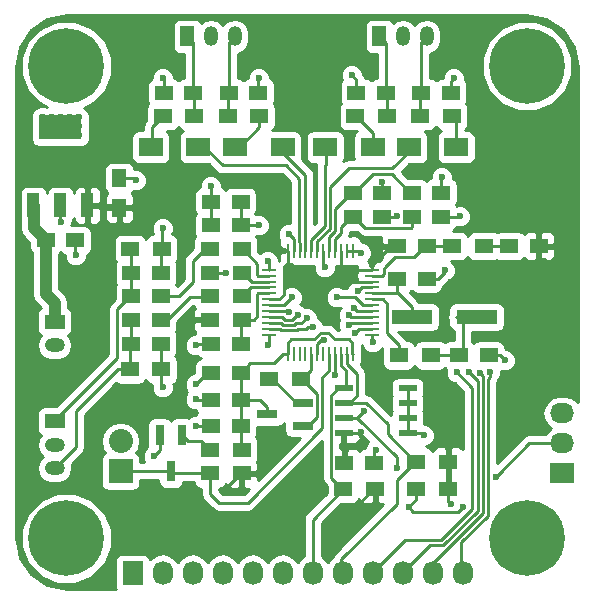
<source format=gtl>
G04 #@! TF.FileFunction,Copper,L1,Top,Signal*
%FSLAX46Y46*%
G04 Gerber Fmt 4.6, Leading zero omitted, Abs format (unit mm)*
G04 Created by KiCad (PCBNEW 4.0.4-stable) date 11/14/16 21:20:41*
%MOMM*%
%LPD*%
G01*
G04 APERTURE LIST*
%ADD10C,0.100000*%
%ADD11R,1.700000X1.200000*%
%ADD12O,1.700000X1.200000*%
%ADD13R,1.300000X0.250000*%
%ADD14R,0.250000X1.300000*%
%ADD15R,1.500000X1.250000*%
%ADD16R,1.500000X1.300000*%
%ADD17R,1.550000X0.600000*%
%ADD18R,0.800100X1.800860*%
%ADD19R,1.800860X0.800100*%
%ADD20R,2.032000X1.727200*%
%ADD21O,2.032000X1.727200*%
%ADD22R,2.032000X2.032000*%
%ADD23O,2.032000X2.032000*%
%ADD24R,1.200000X1.700000*%
%ADD25O,1.200000X1.700000*%
%ADD26R,3.500000X1.200000*%
%ADD27R,1.250000X1.500000*%
%ADD28R,3.657600X2.032000*%
%ADD29R,1.016000X2.032000*%
%ADD30C,6.400000*%
%ADD31C,0.600000*%
%ADD32R,1.727200X2.032000*%
%ADD33O,1.727200X2.032000*%
%ADD34R,2.000000X1.600000*%
%ADD35C,0.250000*%
%ADD36C,1.000000*%
%ADD37C,0.254000*%
G04 APERTURE END LIST*
D10*
D11*
X48006000Y-39656000D03*
D12*
X48006000Y-41656000D03*
D13*
X66150000Y-35250000D03*
X66150000Y-35750000D03*
X66150000Y-36250000D03*
X66150000Y-36750000D03*
X66150000Y-37250000D03*
X66150000Y-37750000D03*
X66150000Y-38250000D03*
X66150000Y-38750000D03*
X66150000Y-39250000D03*
X66150000Y-39750000D03*
X66150000Y-40250000D03*
X66150000Y-40750000D03*
D14*
X67750000Y-42350000D03*
X68250000Y-42350000D03*
X68750000Y-42350000D03*
X69250000Y-42350000D03*
X69750000Y-42350000D03*
X70250000Y-42350000D03*
X70750000Y-42350000D03*
X71250000Y-42350000D03*
X71750000Y-42350000D03*
X72250000Y-42350000D03*
X72750000Y-42350000D03*
X73250000Y-42350000D03*
D13*
X74850000Y-40750000D03*
X74850000Y-40250000D03*
X74850000Y-39750000D03*
X74850000Y-39250000D03*
X74850000Y-38750000D03*
X74850000Y-38250000D03*
X74850000Y-37750000D03*
X74850000Y-37250000D03*
X74850000Y-36750000D03*
X74850000Y-36250000D03*
X74850000Y-35750000D03*
X74850000Y-35250000D03*
D14*
X73250000Y-33650000D03*
X72750000Y-33650000D03*
X72250000Y-33650000D03*
X71750000Y-33650000D03*
X71250000Y-33650000D03*
X70750000Y-33650000D03*
X70250000Y-33650000D03*
X69750000Y-33650000D03*
X69250000Y-33650000D03*
X68750000Y-33650000D03*
X68250000Y-33650000D03*
X67750000Y-33650000D03*
D15*
X54500000Y-35500000D03*
X57000000Y-35500000D03*
X54500000Y-41500000D03*
X57000000Y-41500000D03*
X54500000Y-37500000D03*
X57000000Y-37500000D03*
X54500000Y-39500000D03*
X57000000Y-39500000D03*
X63750000Y-41500000D03*
X61250000Y-41500000D03*
X63750000Y-29500000D03*
X61250000Y-29500000D03*
X63750000Y-31500000D03*
X61250000Y-31500000D03*
X63750000Y-44000000D03*
X61250000Y-44000000D03*
X63750000Y-46250000D03*
X61250000Y-46250000D03*
X73250000Y-28750000D03*
X75750000Y-28750000D03*
X75750000Y-30750000D03*
X73250000Y-30750000D03*
X78250000Y-28750000D03*
X80750000Y-28750000D03*
X80750000Y-30750000D03*
X78250000Y-30750000D03*
X77000000Y-33250000D03*
X79500000Y-33250000D03*
X89000000Y-33250000D03*
X86500000Y-33250000D03*
X77000000Y-36000000D03*
X79500000Y-36000000D03*
X82250000Y-42500000D03*
X84750000Y-42500000D03*
X72550000Y-51600000D03*
X75050000Y-51600000D03*
X63750000Y-48500000D03*
X61250000Y-48500000D03*
X59750000Y-20250000D03*
X57250000Y-20250000D03*
X62750000Y-20250000D03*
X65250000Y-20250000D03*
D11*
X48006000Y-48070000D03*
D12*
X48006000Y-50070000D03*
X48006000Y-52070000D03*
D16*
X57100000Y-33500000D03*
X54400000Y-33500000D03*
X63850000Y-39500000D03*
X61150000Y-39500000D03*
X63850000Y-33500000D03*
X61150000Y-33500000D03*
X63850000Y-35500000D03*
X61150000Y-35500000D03*
X63850000Y-37500000D03*
X61150000Y-37500000D03*
X66150000Y-44500000D03*
X68850000Y-44500000D03*
X78650000Y-53800000D03*
X81350000Y-53800000D03*
X79850000Y-42500000D03*
X77150000Y-42500000D03*
X84350000Y-33250000D03*
X81650000Y-33250000D03*
X78650000Y-51500000D03*
X81350000Y-51500000D03*
X72450000Y-53800000D03*
X75150000Y-53800000D03*
X61150000Y-52500000D03*
X63850000Y-52500000D03*
X61150000Y-50500000D03*
X63850000Y-50500000D03*
D17*
X77900000Y-49105000D03*
X77900000Y-47835000D03*
X77900000Y-46565000D03*
X77900000Y-45295000D03*
X72500000Y-45295000D03*
X72500000Y-46565000D03*
X72500000Y-47835000D03*
X72500000Y-49105000D03*
D16*
X59850000Y-22250000D03*
X57150000Y-22250000D03*
D15*
X76050000Y-20250000D03*
X73550000Y-20250000D03*
X79050000Y-20250000D03*
X81550000Y-20250000D03*
D18*
X58796000Y-49276000D03*
X56896000Y-49276000D03*
X57846000Y-52278280D03*
D16*
X62650000Y-22250000D03*
X65350000Y-22250000D03*
X76150000Y-22250000D03*
X73450000Y-22250000D03*
X78950000Y-22250000D03*
X81650000Y-22250000D03*
D19*
X69001140Y-48450000D03*
X69001140Y-46550000D03*
X65998860Y-47500000D03*
D20*
X91000000Y-52500000D03*
D21*
X91000000Y-49960000D03*
X91000000Y-47420000D03*
D22*
X53594000Y-52324000D03*
D23*
X53594000Y-49784000D03*
D24*
X59250000Y-15500000D03*
D25*
X61250000Y-15500000D03*
X63250000Y-15500000D03*
D24*
X75500000Y-15500000D03*
D25*
X77500000Y-15500000D03*
X79500000Y-15500000D03*
D26*
X78250000Y-39250000D03*
X83750000Y-39250000D03*
D15*
X47270000Y-32754000D03*
X49770000Y-32754000D03*
D27*
X53500000Y-30000000D03*
X53500000Y-27500000D03*
D28*
X48500000Y-23198000D03*
D29*
X48500000Y-29802000D03*
X50786000Y-29802000D03*
X46214000Y-29802000D03*
D30*
X88000000Y-58000000D03*
D31*
X90400000Y-58000000D03*
X89697056Y-59697056D03*
X88000000Y-60400000D03*
X86302944Y-59697056D03*
X85600000Y-58000000D03*
X86302944Y-56302944D03*
X88000000Y-55600000D03*
X89697056Y-56302944D03*
D30*
X49000000Y-58000000D03*
D31*
X51400000Y-58000000D03*
X50697056Y-59697056D03*
X49000000Y-60400000D03*
X47302944Y-59697056D03*
X46600000Y-58000000D03*
X47302944Y-56302944D03*
X49000000Y-55600000D03*
X50697056Y-56302944D03*
D30*
X88000000Y-18000000D03*
D31*
X90400000Y-18000000D03*
X89697056Y-19697056D03*
X88000000Y-20400000D03*
X86302944Y-19697056D03*
X85600000Y-18000000D03*
X86302944Y-16302944D03*
X88000000Y-15600000D03*
X89697056Y-16302944D03*
D30*
X49000000Y-18000000D03*
D31*
X51400000Y-18000000D03*
X50697056Y-19697056D03*
X49000000Y-20400000D03*
X47302944Y-19697056D03*
X46600000Y-18000000D03*
X47302944Y-16302944D03*
X49000000Y-15600000D03*
X50697056Y-16302944D03*
D32*
X54610000Y-60960000D03*
D33*
X57150000Y-60960000D03*
X59690000Y-60960000D03*
X62230000Y-60960000D03*
X64770000Y-60960000D03*
X67310000Y-60960000D03*
X69850000Y-60960000D03*
X72390000Y-60960000D03*
X74930000Y-60960000D03*
X77470000Y-60960000D03*
X80010000Y-60960000D03*
X82550000Y-60960000D03*
D34*
X60166000Y-24892000D03*
X56166000Y-24892000D03*
X67310000Y-24892000D03*
X63310000Y-24892000D03*
X70930000Y-24892000D03*
X74930000Y-24892000D03*
X78000000Y-24892000D03*
X82000000Y-24892000D03*
D16*
X57056000Y-43688000D03*
X54356000Y-43688000D03*
D31*
X48514000Y-31242000D03*
X71882000Y-37592000D03*
X56388000Y-51054000D03*
X66040000Y-34544000D03*
X68072000Y-37592000D03*
X73936231Y-33817667D03*
X59944008Y-41656000D03*
X62483994Y-35560000D03*
X81025984Y-35306000D03*
X82295992Y-30734000D03*
X50038000Y-22352000D03*
X49276000Y-22352000D03*
X48514000Y-22352000D03*
X47752000Y-22352000D03*
X46990000Y-22352000D03*
X46990000Y-23114000D03*
X47752000Y-23114000D03*
X48514000Y-23114000D03*
X49276000Y-23114000D03*
X50038000Y-23114000D03*
X50038000Y-23876000D03*
X49276000Y-23876000D03*
X48514000Y-23876000D03*
X47752000Y-23876000D03*
X46990000Y-23876000D03*
X86106000Y-42926000D03*
X73660000Y-37084000D03*
X75692000Y-27803010D03*
X76999948Y-30734000D03*
X80772000Y-27432000D03*
X70866000Y-35051978D03*
X66040000Y-41656000D03*
X74930000Y-41402000D03*
X79248000Y-49276000D03*
X75184000Y-50546000D03*
X73152000Y-18796000D03*
X81788000Y-19050000D03*
X59944000Y-44958000D03*
X59944000Y-46228000D03*
X59944000Y-48514000D03*
X65278000Y-19050000D03*
X57150000Y-19050000D03*
X61214000Y-28194000D03*
X57150000Y-45212000D03*
X57150000Y-31750000D03*
X54864000Y-27686000D03*
X49784000Y-34036000D03*
X72898000Y-36322000D03*
X86360000Y-49784000D03*
X68029576Y-34956387D03*
X67056000Y-33528000D03*
X71882000Y-55880000D03*
X70104000Y-51816000D03*
X60198000Y-54356000D03*
X62484004Y-53848000D03*
X70844902Y-41199999D03*
X72136003Y-35305997D03*
X70612000Y-39116000D03*
X89408000Y-34544000D03*
X73406000Y-35306000D03*
X81534000Y-55118000D03*
X81280000Y-50292000D03*
X72644000Y-50546000D03*
X73914000Y-49022000D03*
X54864000Y-29972000D03*
X67817984Y-38862000D03*
X68588651Y-39076796D03*
X69346417Y-39333331D03*
X69850000Y-40131998D03*
X85344000Y-52832000D03*
X71764990Y-44196000D03*
X74168004Y-47244000D03*
X82550000Y-55372000D03*
X76962000Y-52070000D03*
X77978000Y-55372000D03*
X82042000Y-43942000D03*
X73406000Y-40640000D03*
X72897992Y-39916011D03*
X83058000Y-43942000D03*
X72898006Y-39116000D03*
X83994056Y-43983941D03*
X73376236Y-38474664D03*
X84836000Y-43942000D03*
X65278000Y-31496000D03*
X67818000Y-32258000D03*
D35*
X48500000Y-31228000D02*
X48514000Y-31242000D01*
X48500000Y-29802000D02*
X48500000Y-31228000D01*
X72306264Y-37592000D02*
X71882000Y-37592000D01*
X73425407Y-37592000D02*
X72306264Y-37592000D01*
X74850000Y-38250000D02*
X74083407Y-38250000D01*
X74083407Y-38250000D02*
X73425407Y-37592000D01*
X56687999Y-50754001D02*
X56388000Y-51054000D01*
X56896000Y-50546000D02*
X56687999Y-50754001D01*
X56896000Y-49276000D02*
X56896000Y-50546000D01*
X66150000Y-34654000D02*
X66040000Y-34544000D01*
X66150000Y-35250000D02*
X66150000Y-34654000D01*
X67414000Y-38250000D02*
X67772001Y-37891999D01*
X66150000Y-38250000D02*
X67414000Y-38250000D01*
X67772001Y-37891999D02*
X68072000Y-37592000D01*
X73250000Y-33650000D02*
X73768564Y-33650000D01*
X73768564Y-33650000D02*
X73936231Y-33817667D01*
X59944008Y-41655992D02*
X59944008Y-41656000D01*
X60100000Y-41500000D02*
X59944008Y-41655992D01*
X61250000Y-41500000D02*
X60100000Y-41500000D01*
X60862000Y-41500000D02*
X60100000Y-41500000D01*
X62423994Y-35500000D02*
X62483994Y-35560000D01*
X61150000Y-35500000D02*
X62423994Y-35500000D01*
X81025984Y-35474016D02*
X81025984Y-35306000D01*
X80500000Y-36000000D02*
X81025984Y-35474016D01*
X79500000Y-36000000D02*
X80500000Y-36000000D01*
X82279992Y-30750000D02*
X82295992Y-30734000D01*
X80750000Y-30750000D02*
X82279992Y-30750000D01*
X84750000Y-42500000D02*
X85680000Y-42500000D01*
X85680000Y-42500000D02*
X86106000Y-42926000D01*
X74850000Y-36750000D02*
X73994000Y-36750000D01*
X73994000Y-36750000D02*
X73660000Y-37084000D01*
X72750000Y-33650000D02*
X73250000Y-33650000D01*
X75750000Y-28750000D02*
X75750000Y-27861010D01*
X75750000Y-27861010D02*
X75692000Y-27803010D01*
X76983948Y-30750000D02*
X76999948Y-30734000D01*
X75750000Y-30750000D02*
X76983948Y-30750000D01*
X80750000Y-28750000D02*
X80750000Y-27454000D01*
X80750000Y-27454000D02*
X80772000Y-27432000D01*
X70750000Y-34935978D02*
X70866000Y-35051978D01*
X70750000Y-33650000D02*
X70750000Y-34935978D01*
X66150000Y-40750000D02*
X66150000Y-41546000D01*
X66150000Y-41546000D02*
X66040000Y-41656000D01*
X74850000Y-40750000D02*
X74850000Y-41322000D01*
X74850000Y-41322000D02*
X74930000Y-41402000D01*
X77900000Y-49105000D02*
X79077000Y-49105000D01*
X79077000Y-49105000D02*
X79248000Y-49276000D01*
X77900000Y-46565000D02*
X77900000Y-45295000D01*
X77900000Y-46565000D02*
X77900000Y-47835000D01*
X77900000Y-49105000D02*
X77900000Y-47835000D01*
X75050000Y-51600000D02*
X75050000Y-50680000D01*
X75050000Y-50680000D02*
X75184000Y-50546000D01*
X73550000Y-20250000D02*
X73550000Y-19194000D01*
X73550000Y-19194000D02*
X73152000Y-18796000D01*
X81550000Y-20250000D02*
X81550000Y-19288000D01*
X81550000Y-19288000D02*
X81788000Y-19050000D01*
X61250000Y-44000000D02*
X60902000Y-44000000D01*
X60902000Y-44000000D02*
X59944000Y-44958000D01*
X61250000Y-46250000D02*
X59966000Y-46250000D01*
X59966000Y-46250000D02*
X59944000Y-46228000D01*
X61250000Y-48500000D02*
X59958000Y-48500000D01*
X59958000Y-48500000D02*
X59944000Y-48514000D01*
X65250000Y-20250000D02*
X65250000Y-19078000D01*
X65250000Y-19078000D02*
X65278000Y-19050000D01*
X57250000Y-20250000D02*
X57250000Y-19150000D01*
X57250000Y-19150000D02*
X57150000Y-19050000D01*
X61250000Y-29500000D02*
X61250000Y-28230000D01*
X61250000Y-28230000D02*
X61214000Y-28194000D01*
X61250000Y-31500000D02*
X61250000Y-29500000D01*
X57056000Y-43688000D02*
X57056000Y-45118000D01*
X57056000Y-45118000D02*
X57150000Y-45212000D01*
X57000000Y-41500000D02*
X57000000Y-43632000D01*
X57000000Y-43632000D02*
X57056000Y-43688000D01*
X57000000Y-35500000D02*
X57000000Y-33600000D01*
X57000000Y-33600000D02*
X57100000Y-33500000D01*
X57100000Y-33500000D02*
X57100000Y-31800000D01*
X57100000Y-31800000D02*
X57150000Y-31750000D01*
X53500000Y-27500000D02*
X54678000Y-27500000D01*
X54678000Y-27500000D02*
X54864000Y-27686000D01*
X49770000Y-32754000D02*
X49770000Y-34022000D01*
X49770000Y-34022000D02*
X49784000Y-34036000D01*
X77900000Y-49105000D02*
X77995000Y-49200000D01*
X57000000Y-37500000D02*
X58512000Y-37500000D01*
X58512000Y-37500000D02*
X59690000Y-36322000D01*
X59690000Y-36322000D02*
X59690000Y-34544000D01*
X59690000Y-34544000D02*
X60706000Y-33528000D01*
X60706000Y-33528000D02*
X61150000Y-33528000D01*
X61150000Y-33528000D02*
X61150000Y-33500000D01*
X57000000Y-39500000D02*
X57528000Y-39500000D01*
X57528000Y-39500000D02*
X59436000Y-37592000D01*
X59436000Y-37592000D02*
X60958000Y-37592000D01*
X60958000Y-37592000D02*
X61050000Y-37500000D01*
X61050000Y-37500000D02*
X61150000Y-37500000D01*
X74850000Y-35750000D02*
X75750000Y-35750000D01*
X75750000Y-35750000D02*
X75924999Y-35575001D01*
X75924999Y-35575001D02*
X75924999Y-35114999D01*
X75924999Y-35114999D02*
X75946000Y-35093998D01*
X78424999Y-34200001D02*
X79375000Y-33250000D01*
X75946000Y-35093998D02*
X75946000Y-35052000D01*
X79375000Y-33250000D02*
X79500000Y-33250000D01*
X75946000Y-35052000D02*
X76797999Y-34200001D01*
X76797999Y-34200001D02*
X78424999Y-34200001D01*
X81650000Y-33250000D02*
X79500000Y-33250000D01*
X82250000Y-42500000D02*
X82550000Y-42200000D01*
X82550000Y-42200000D02*
X82550000Y-39800000D01*
X82550000Y-39800000D02*
X82000000Y-39250000D01*
X79850000Y-42500000D02*
X82250000Y-42500000D01*
X68695976Y-27547976D02*
X68695976Y-32922213D01*
X60250000Y-25250000D02*
X61064000Y-25250000D01*
X62230000Y-26416000D02*
X67564000Y-26416000D01*
X61064000Y-25250000D02*
X62230000Y-26416000D01*
X67564000Y-26416000D02*
X68695976Y-27547976D01*
X68695976Y-32922213D02*
X68750000Y-32976237D01*
X68750000Y-32976237D02*
X68750000Y-33650000D01*
X69250000Y-27250000D02*
X69250000Y-32750000D01*
X67250000Y-25250000D02*
X69250000Y-27250000D01*
X69250000Y-32750000D02*
X69250000Y-33650000D01*
X71000000Y-25250000D02*
X71000000Y-26300000D01*
X71000000Y-26300000D02*
X70866000Y-26434000D01*
X70866000Y-31587415D02*
X69750000Y-32703415D01*
X70866000Y-26434000D02*
X70866000Y-31587415D01*
X69750000Y-32703415D02*
X69750000Y-32750000D01*
X69750000Y-32750000D02*
X69750000Y-33650000D01*
X56250000Y-25250000D02*
X56250000Y-23150000D01*
X56250000Y-23150000D02*
X57150000Y-22250000D01*
X71316011Y-31773815D02*
X70250000Y-32839826D01*
X71316011Y-28251989D02*
X71316011Y-31773815D01*
X76580000Y-26670000D02*
X72898000Y-26670000D01*
X70250000Y-32839826D02*
X70250000Y-33650000D01*
X78000000Y-25250000D02*
X76580000Y-26670000D01*
X72898000Y-26670000D02*
X71316011Y-28251989D01*
X65350000Y-22250000D02*
X65350000Y-23150000D01*
X65350000Y-23150000D02*
X63250000Y-25250000D01*
X69001140Y-46550000D02*
X68500760Y-46550000D01*
X68500760Y-46550000D02*
X66450760Y-44500000D01*
X66450760Y-44500000D02*
X66150000Y-44500000D01*
X72975000Y-46565000D02*
X73600001Y-45939999D01*
X72750000Y-43210002D02*
X72750000Y-42350000D01*
X73600001Y-45939999D02*
X73600001Y-44060003D01*
X73600001Y-44060003D02*
X72750000Y-43210002D01*
X72500000Y-46565000D02*
X72975000Y-46565000D01*
X76200000Y-48350994D02*
X76200000Y-49150000D01*
X76200000Y-49150000D02*
X78550000Y-51500000D01*
X78550000Y-51500000D02*
X78650000Y-51500000D01*
X72500000Y-46565000D02*
X74414006Y-46565000D01*
X74414006Y-46565000D02*
X76200000Y-48350994D01*
X76962000Y-55052000D02*
X76962000Y-53088000D01*
X76962000Y-53088000D02*
X78550000Y-51500000D01*
X72280000Y-61000000D02*
X72280000Y-59734000D01*
X72280000Y-59734000D02*
X76962000Y-55052000D01*
X72700002Y-42350000D02*
X72750000Y-42350000D01*
X72450000Y-53800000D02*
X69850000Y-56400000D01*
X69850000Y-56400000D02*
X69850000Y-60737600D01*
X69850000Y-60737600D02*
X69740000Y-60847600D01*
X69740000Y-60847600D02*
X69740000Y-61000000D01*
X72500000Y-45295000D02*
X72644000Y-45151000D01*
X72644000Y-45151000D02*
X72644000Y-43778998D01*
X72644000Y-43778998D02*
X72250000Y-43384998D01*
X72250000Y-43384998D02*
X72250000Y-43250000D01*
X72250000Y-43250000D02*
X72250000Y-42350000D01*
X72450000Y-53800000D02*
X72350000Y-53800000D01*
X72350000Y-53800000D02*
X71399999Y-52849999D01*
X71399999Y-52849999D02*
X71399999Y-45920001D01*
X71399999Y-45920001D02*
X72025000Y-45295000D01*
X72025000Y-45295000D02*
X72500000Y-45295000D01*
X70250000Y-41547416D02*
X70597416Y-41199999D01*
X70597416Y-41199999D02*
X70844902Y-41199999D01*
X70250000Y-42350000D02*
X70250000Y-41547416D01*
X72970000Y-36250000D02*
X72898000Y-36322000D01*
X74850000Y-36250000D02*
X72970000Y-36250000D01*
X67750000Y-34676811D02*
X68029576Y-34956387D01*
X67050000Y-37750000D02*
X67446998Y-37353002D01*
X66150000Y-37750000D02*
X67050000Y-37750000D01*
X68029576Y-35380651D02*
X68029576Y-34956387D01*
X67750000Y-33650000D02*
X67750000Y-34676811D01*
X67446998Y-36264589D02*
X68029576Y-35682011D01*
X67446998Y-37353002D02*
X67446998Y-36264589D01*
X68029576Y-35682011D02*
X68029576Y-35380651D01*
X67750000Y-33650000D02*
X67178000Y-33650000D01*
X67178000Y-33650000D02*
X67056000Y-33528000D01*
X59182000Y-39707732D02*
X59182000Y-40131996D01*
X59182000Y-39624001D02*
X59182000Y-39707732D01*
X59306001Y-39500000D02*
X59182000Y-39624001D01*
X61150000Y-39500000D02*
X59306001Y-39500000D01*
X60576000Y-39500000D02*
X59306001Y-39500000D01*
X72306264Y-55880000D02*
X71882000Y-55880000D01*
X72970000Y-55880000D02*
X72306264Y-55880000D01*
X75050000Y-53800000D02*
X72970000Y-55880000D01*
X75150000Y-53800000D02*
X75050000Y-53800000D01*
X62484004Y-53765996D02*
X62484004Y-53848000D01*
X63750000Y-52500000D02*
X62484004Y-53765996D01*
X63850000Y-52500000D02*
X63750000Y-52500000D01*
X72250000Y-35192000D02*
X72136003Y-35305997D01*
X72250000Y-33650000D02*
X72250000Y-35192000D01*
X89000000Y-33250000D02*
X89000000Y-34136000D01*
X89000000Y-34136000D02*
X89408000Y-34544000D01*
X74850000Y-35250000D02*
X74850000Y-34875000D01*
X76475000Y-33250000D02*
X77000000Y-33250000D01*
X74850000Y-34875000D02*
X76475000Y-33250000D01*
X74850000Y-35250000D02*
X73462000Y-35250000D01*
X73462000Y-35250000D02*
X73406000Y-35306000D01*
X81350000Y-53800000D02*
X81350000Y-54934000D01*
X81350000Y-54934000D02*
X81534000Y-55118000D01*
X81350000Y-51500000D02*
X81350000Y-50362000D01*
X81350000Y-50362000D02*
X81280000Y-50292000D01*
X72550000Y-51600000D02*
X72550000Y-50640000D01*
X72550000Y-50640000D02*
X72644000Y-50546000D01*
X72500000Y-49105000D02*
X73831000Y-49105000D01*
X73831000Y-49105000D02*
X73914000Y-49022000D01*
X53500000Y-30000000D02*
X54836000Y-30000000D01*
X54836000Y-30000000D02*
X54864000Y-29972000D01*
X50786000Y-29802000D02*
X53302000Y-29802000D01*
X53302000Y-29802000D02*
X53500000Y-30000000D01*
X67705984Y-38750000D02*
X67817984Y-38862000D01*
X66150000Y-38750000D02*
X67705984Y-38750000D01*
X57040000Y-61000000D02*
X57040000Y-60847600D01*
X67519825Y-39487001D02*
X68118001Y-39487001D01*
X67282824Y-39250000D02*
X67519825Y-39487001D01*
X68118001Y-39487001D02*
X68528206Y-39076796D01*
X66150000Y-39250000D02*
X67282824Y-39250000D01*
X68528206Y-39076796D02*
X68588651Y-39076796D01*
X67333425Y-39937012D02*
X68304401Y-39937012D01*
X68927722Y-39752026D02*
X69046418Y-39633330D01*
X68489387Y-39752026D02*
X68927722Y-39752026D01*
X69046418Y-39633330D02*
X69346417Y-39333331D01*
X66150000Y-39750000D02*
X67146413Y-39750000D01*
X67146413Y-39750000D02*
X67333425Y-39937012D01*
X68304401Y-39937012D02*
X68489387Y-39752026D01*
X69307734Y-40250000D02*
X69425736Y-40131998D01*
X67060001Y-40299999D02*
X67147025Y-40387023D01*
X68490801Y-40387023D02*
X68627824Y-40250000D01*
X66150000Y-40250000D02*
X66199999Y-40299999D01*
X69425736Y-40131998D02*
X69850000Y-40131998D01*
X68627824Y-40250000D02*
X69307734Y-40250000D01*
X67147025Y-40387023D02*
X68490801Y-40387023D01*
X66199999Y-40299999D02*
X67060001Y-40299999D01*
X71250000Y-42350000D02*
X71250000Y-43785988D01*
X71250000Y-43785988D02*
X70676581Y-44359407D01*
X70676581Y-44359407D02*
X70676581Y-48660041D01*
X70676581Y-48660041D02*
X64355620Y-54981002D01*
X61150000Y-54201004D02*
X61150000Y-53400000D01*
X64355620Y-54981002D02*
X61929998Y-54981002D01*
X61929998Y-54981002D02*
X61150000Y-54201004D01*
X61150000Y-53400000D02*
X61150000Y-52500000D01*
X53594000Y-52324000D02*
X57800280Y-52324000D01*
X57800280Y-52324000D02*
X57846000Y-52278280D01*
X61150000Y-52500000D02*
X58067720Y-52500000D01*
X58067720Y-52500000D02*
X57846000Y-52278280D01*
X53848000Y-52578000D02*
X53594000Y-52324000D01*
X91000000Y-49960000D02*
X88216000Y-49960000D01*
X88216000Y-49960000D02*
X85643999Y-52532001D01*
X85643999Y-52532001D02*
X85344000Y-52832000D01*
X71750000Y-42350000D02*
X71750000Y-44181010D01*
X71750000Y-44181010D02*
X71764990Y-44196000D01*
X73868005Y-47543999D02*
X74168004Y-47244000D01*
X72500000Y-47835000D02*
X73577004Y-47835000D01*
X73577004Y-47835000D02*
X73868005Y-47543999D01*
X82550000Y-55372000D02*
X82178999Y-55743001D01*
X82178999Y-55743001D02*
X78349001Y-55743001D01*
X78349001Y-55743001D02*
X78277999Y-55671999D01*
X78277999Y-55671999D02*
X77978000Y-55372000D01*
X76962000Y-52070000D02*
X76962000Y-51144998D01*
X73652002Y-47835000D02*
X73525000Y-47835000D01*
X76962000Y-51144998D02*
X73652002Y-47835000D01*
X73525000Y-47835000D02*
X72500000Y-47835000D01*
X78650000Y-53800000D02*
X78650000Y-54700000D01*
X78650000Y-54700000D02*
X77978000Y-55372000D01*
X83368966Y-45268966D02*
X83368966Y-55504802D01*
X77690922Y-58129078D02*
X74820000Y-61000000D01*
X83368966Y-55504802D02*
X80744690Y-58129078D01*
X80744690Y-58129078D02*
X77690922Y-58129078D01*
X82042000Y-43942000D02*
X83368966Y-45268966D01*
X74850000Y-40250000D02*
X73796000Y-40250000D01*
X73796000Y-40250000D02*
X73406000Y-40640000D01*
X74850000Y-39750000D02*
X73064003Y-39750000D01*
X73064003Y-39750000D02*
X72897992Y-39916011D01*
X80931089Y-58579089D02*
X79780911Y-58579089D01*
X83818977Y-44702977D02*
X83818977Y-55691201D01*
X79780911Y-58579089D02*
X77360000Y-61000000D01*
X83058000Y-43942000D02*
X83818977Y-44702977D01*
X83818977Y-55691201D02*
X80931089Y-58579089D01*
X74850000Y-39250000D02*
X73032006Y-39250000D01*
X73032006Y-39250000D02*
X72898006Y-39116000D01*
X79900000Y-60246588D02*
X79900000Y-61000000D01*
X84268988Y-55877600D02*
X79900000Y-60246588D01*
X84268988Y-44258873D02*
X84268988Y-55877600D01*
X83994056Y-43983941D02*
X84268988Y-44258873D01*
X73651572Y-38750000D02*
X73376236Y-38474664D01*
X74850000Y-38750000D02*
X73651572Y-38750000D01*
X84836000Y-44366264D02*
X84718999Y-44483265D01*
X82440000Y-58342998D02*
X82440000Y-59734000D01*
X82440000Y-59734000D02*
X82440000Y-61000000D01*
X84718999Y-56063999D02*
X82440000Y-58342998D01*
X84718999Y-44483265D02*
X84718999Y-56063999D01*
X84836000Y-43942000D02*
X84836000Y-44366264D01*
X67750000Y-42350000D02*
X67750000Y-41450000D01*
X70013005Y-41148001D02*
X70219901Y-40941105D01*
X67750000Y-41450000D02*
X68052000Y-41148000D01*
X68052000Y-41148000D02*
X70013005Y-41148001D01*
X70219901Y-40941105D02*
X70219901Y-40899998D01*
X70219901Y-40899998D02*
X70544901Y-40574998D01*
X70544901Y-40574998D02*
X71144903Y-40574998D01*
X71144903Y-40574998D02*
X71717905Y-41148000D01*
X71717905Y-41148000D02*
X72908002Y-41148000D01*
X73200001Y-41439999D02*
X73200001Y-42350000D01*
X72908002Y-41148000D02*
X73200001Y-41439999D01*
X73200001Y-42350000D02*
X73250000Y-42350000D01*
X63750000Y-44000000D02*
X64570000Y-43180000D01*
X67375000Y-42350000D02*
X67750000Y-42350000D01*
X64570000Y-43180000D02*
X66545000Y-43180000D01*
X66545000Y-43180000D02*
X67375000Y-42350000D01*
X63750000Y-48500000D02*
X63750000Y-50400000D01*
X63750000Y-50400000D02*
X63850000Y-50500000D01*
X65998860Y-47500000D02*
X65998860Y-46849950D01*
X65998860Y-46849950D02*
X65398910Y-46250000D01*
X65398910Y-46250000D02*
X64750000Y-46250000D01*
X64750000Y-46250000D02*
X63750000Y-46250000D01*
X63750000Y-46250000D02*
X63750000Y-48500000D01*
X63750000Y-44000000D02*
X63750000Y-46250000D01*
X61150000Y-50500000D02*
X60434000Y-49784000D01*
X60434000Y-49784000D02*
X59304000Y-49784000D01*
X59304000Y-49784000D02*
X58796000Y-49276000D01*
X84350000Y-33250000D02*
X86500000Y-33250000D01*
X75000000Y-25250000D02*
X75000000Y-23700000D01*
X75000000Y-23700000D02*
X73550000Y-22250000D01*
X73550000Y-22250000D02*
X73450000Y-22250000D01*
X82000000Y-25250000D02*
X82000000Y-22600000D01*
X82000000Y-22600000D02*
X81650000Y-22250000D01*
X76050000Y-20250000D02*
X76050000Y-16050000D01*
X76050000Y-16050000D02*
X75500000Y-15500000D01*
X76150000Y-22250000D02*
X76150000Y-20350000D01*
X76150000Y-20350000D02*
X76050000Y-20250000D01*
X48006000Y-48070000D02*
X48006000Y-48006000D01*
X48006000Y-48006000D02*
X53280999Y-42731001D01*
X53280999Y-42731001D02*
X53280999Y-38594001D01*
X54375000Y-37500000D02*
X54500000Y-37500000D01*
X53280999Y-38594001D02*
X54375000Y-37500000D01*
X54500000Y-35500000D02*
X54500000Y-33600000D01*
X54500000Y-33600000D02*
X54400000Y-33500000D01*
X54500000Y-37500000D02*
X54500000Y-35500000D01*
X48006000Y-52070000D02*
X49784000Y-50292000D01*
X49784000Y-50292000D02*
X49784000Y-47244000D01*
X49784000Y-47244000D02*
X53340000Y-43688000D01*
X53340000Y-43688000D02*
X54356000Y-43688000D01*
X54375000Y-39500000D02*
X54500000Y-39500000D01*
X54356000Y-43688000D02*
X54356000Y-41644000D01*
X54356000Y-41644000D02*
X54500000Y-41500000D01*
X54500000Y-41500000D02*
X54500000Y-39500000D01*
X59750000Y-20250000D02*
X59750000Y-16000000D01*
X59750000Y-16000000D02*
X59250000Y-15500000D01*
X59850000Y-22250000D02*
X59850000Y-20350000D01*
X59850000Y-20350000D02*
X59750000Y-20250000D01*
X62650000Y-22250000D02*
X62650000Y-20350000D01*
X62650000Y-20350000D02*
X62750000Y-20250000D01*
X62750000Y-20250000D02*
X62750000Y-16000000D01*
X62750000Y-16000000D02*
X63250000Y-15500000D01*
X79050000Y-20250000D02*
X79050000Y-15950000D01*
X79050000Y-15950000D02*
X79500000Y-15500000D01*
X78950000Y-22250000D02*
X78950000Y-20350000D01*
X78950000Y-20350000D02*
X79050000Y-20250000D01*
X63850000Y-33500000D02*
X63950000Y-33500000D01*
X63950000Y-33500000D02*
X65174999Y-34724999D01*
X65174999Y-34724999D02*
X65174999Y-35674999D01*
X65174999Y-35674999D02*
X65250000Y-35750000D01*
X65250000Y-35750000D02*
X66150000Y-35750000D01*
X63850000Y-37500000D02*
X64600000Y-36750000D01*
X64600000Y-36750000D02*
X66150000Y-36750000D01*
X77000000Y-36000000D02*
X77000000Y-37150000D01*
X77000000Y-37150000D02*
X77050001Y-37200001D01*
X78250000Y-39250000D02*
X78250000Y-38400000D01*
X78250000Y-38400000D02*
X77050001Y-37200001D01*
X74899999Y-37200001D02*
X74850000Y-37250000D01*
X77050001Y-37200001D02*
X74899999Y-37200001D01*
X74850000Y-37750000D02*
X75788000Y-37750000D01*
X76174999Y-38136999D02*
X76174999Y-40624999D01*
X75788000Y-37750000D02*
X76174999Y-38136999D01*
X77150000Y-41600000D02*
X77150000Y-42500000D01*
X76174999Y-40624999D02*
X77150000Y-41600000D01*
X68850000Y-44500000D02*
X68950000Y-44500000D01*
X68950000Y-44500000D02*
X69700001Y-43749999D01*
X69700001Y-43749999D02*
X69700001Y-42399999D01*
X69700001Y-42399999D02*
X69750000Y-42350000D01*
X69001140Y-48450000D02*
X69501520Y-48450000D01*
X70226571Y-45776571D02*
X68950000Y-44500000D01*
X69501520Y-48450000D02*
X70226571Y-47724949D01*
X70226571Y-47724949D02*
X70226571Y-45776571D01*
X63750000Y-41500000D02*
X63750000Y-39600000D01*
X63750000Y-39600000D02*
X63850000Y-39500000D01*
X63850000Y-39500000D02*
X64850000Y-39500000D01*
X64850000Y-39500000D02*
X65174999Y-39175001D01*
X65174999Y-39175001D02*
X65174999Y-37325001D01*
X65174999Y-37325001D02*
X65250000Y-37250000D01*
X65250000Y-37250000D02*
X66150000Y-37250000D01*
X63850000Y-35500000D02*
X63950000Y-35500000D01*
X63950000Y-35500000D02*
X64700000Y-36250000D01*
X64700000Y-36250000D02*
X65250000Y-36250000D01*
X65250000Y-36250000D02*
X66150000Y-36250000D01*
X65278000Y-31496000D02*
X63754000Y-31496000D01*
X63754000Y-31496000D02*
X63750000Y-31500000D01*
X68250000Y-33650000D02*
X68245966Y-33645966D01*
X68245966Y-33645966D02*
X68245966Y-32685966D01*
X68245966Y-32685966D02*
X67818000Y-32258000D01*
X68245967Y-33645967D02*
X68250000Y-33650000D01*
X63750000Y-29500000D02*
X63750000Y-31500000D01*
X73125000Y-28750000D02*
X73250000Y-28750000D01*
X71766022Y-30108978D02*
X73125000Y-28750000D01*
X71766022Y-31960215D02*
X71766022Y-30108978D01*
X71250000Y-32476237D02*
X71766022Y-31960215D01*
X71250000Y-33650000D02*
X71250000Y-32476237D01*
X78250000Y-28750000D02*
X78125000Y-28750000D01*
X78125000Y-28750000D02*
X76553000Y-27178000D01*
X76553000Y-27178000D02*
X74947000Y-27178000D01*
X74947000Y-27178000D02*
X73375000Y-28750000D01*
X73375000Y-28750000D02*
X73250000Y-28750000D01*
D36*
X46228000Y-31712000D02*
X46228000Y-29816000D01*
X46228000Y-29816000D02*
X46214000Y-29802000D01*
X47270000Y-32754000D02*
X46228000Y-31712000D01*
X47244000Y-37294000D02*
X47270000Y-37268000D01*
X47270000Y-37268000D02*
X47270000Y-32754000D01*
X48006000Y-39656000D02*
X48006000Y-38056000D01*
X48006000Y-38056000D02*
X47244000Y-37294000D01*
D35*
X71750000Y-32750000D02*
X71750000Y-33650000D01*
X71750000Y-32612648D02*
X71750000Y-32750000D01*
X72250000Y-32112648D02*
X71750000Y-32612648D01*
X73125000Y-30750000D02*
X72250000Y-31625000D01*
X72250000Y-31625000D02*
X72250000Y-32112648D01*
X73250000Y-30750000D02*
X73125000Y-30750000D01*
X78250000Y-30750000D02*
X78250000Y-31625000D01*
X78250000Y-31625000D02*
X78174999Y-31700001D01*
X78174999Y-31700001D02*
X74325001Y-31700001D01*
X74325001Y-31700001D02*
X73375000Y-30750000D01*
X73375000Y-30750000D02*
X73250000Y-30750000D01*
D37*
G36*
X89636390Y-14049408D02*
X91023654Y-14976349D01*
X91950592Y-16363610D01*
X92290000Y-18069931D01*
X92290000Y-46428553D01*
X92244415Y-46360330D01*
X91758234Y-46035474D01*
X91184745Y-45921400D01*
X90815255Y-45921400D01*
X90241766Y-46035474D01*
X89755585Y-46360330D01*
X89430729Y-46846511D01*
X89316655Y-47420000D01*
X89430729Y-47993489D01*
X89755585Y-48479670D01*
X90070366Y-48690000D01*
X89755585Y-48900330D01*
X89555352Y-49200000D01*
X88216000Y-49200000D01*
X87925161Y-49257852D01*
X87678599Y-49422599D01*
X85478999Y-51622199D01*
X85478999Y-44745627D01*
X85538148Y-44657104D01*
X85560250Y-44545988D01*
X85561699Y-44538704D01*
X85628192Y-44472327D01*
X85770838Y-44128799D01*
X85771125Y-43799351D01*
X85919201Y-43860838D01*
X86291167Y-43861162D01*
X86634943Y-43719117D01*
X86898192Y-43456327D01*
X87040838Y-43112799D01*
X87041162Y-42740833D01*
X86899117Y-42397057D01*
X86636327Y-42133808D01*
X86292799Y-41991162D01*
X86245923Y-41991121D01*
X86217401Y-41962599D01*
X86147440Y-41915853D01*
X86147440Y-41875000D01*
X86103162Y-41639683D01*
X85964090Y-41423559D01*
X85751890Y-41278569D01*
X85500000Y-41227560D01*
X84000000Y-41227560D01*
X83764683Y-41271838D01*
X83548559Y-41410910D01*
X83500866Y-41480711D01*
X83464090Y-41423559D01*
X83310000Y-41318274D01*
X83310000Y-40497440D01*
X85500000Y-40497440D01*
X85735317Y-40453162D01*
X85951441Y-40314090D01*
X86096431Y-40101890D01*
X86147440Y-39850000D01*
X86147440Y-38650000D01*
X86103162Y-38414683D01*
X85964090Y-38198559D01*
X85751890Y-38053569D01*
X85500000Y-38002560D01*
X82000000Y-38002560D01*
X81764683Y-38046838D01*
X81548559Y-38185910D01*
X81403569Y-38398110D01*
X81352560Y-38650000D01*
X81352560Y-38877284D01*
X81297852Y-38959161D01*
X81240000Y-39250000D01*
X81297852Y-39540839D01*
X81352560Y-39622716D01*
X81352560Y-39850000D01*
X81396838Y-40085317D01*
X81535910Y-40301441D01*
X81748110Y-40446431D01*
X81790000Y-40454914D01*
X81790000Y-41227560D01*
X81500000Y-41227560D01*
X81264683Y-41271838D01*
X81065163Y-41400226D01*
X81064090Y-41398559D01*
X80851890Y-41253569D01*
X80600000Y-41202560D01*
X79100000Y-41202560D01*
X78864683Y-41246838D01*
X78648559Y-41385910D01*
X78503569Y-41598110D01*
X78500919Y-41611197D01*
X78364090Y-41398559D01*
X78151890Y-41253569D01*
X77900000Y-41202560D01*
X77780920Y-41202560D01*
X77687401Y-41062599D01*
X77122242Y-40497440D01*
X80000000Y-40497440D01*
X80235317Y-40453162D01*
X80451441Y-40314090D01*
X80596431Y-40101890D01*
X80647440Y-39850000D01*
X80647440Y-38650000D01*
X80603162Y-38414683D01*
X80464090Y-38198559D01*
X80251890Y-38053569D01*
X80000000Y-38002560D01*
X78880920Y-38002560D01*
X78787401Y-37862599D01*
X78087324Y-37162522D01*
X78201441Y-37089090D01*
X78249134Y-37019289D01*
X78285910Y-37076441D01*
X78498110Y-37221431D01*
X78750000Y-37272440D01*
X80250000Y-37272440D01*
X80485317Y-37228162D01*
X80701441Y-37089090D01*
X80846431Y-36876890D01*
X80896054Y-36631846D01*
X81037401Y-36537401D01*
X81419888Y-36154914D01*
X81554927Y-36099117D01*
X81818176Y-35836327D01*
X81960822Y-35492799D01*
X81961146Y-35120833D01*
X81819101Y-34777057D01*
X81589884Y-34547440D01*
X82400000Y-34547440D01*
X82635317Y-34503162D01*
X82851441Y-34364090D01*
X82996431Y-34151890D01*
X82999081Y-34138803D01*
X83135910Y-34351441D01*
X83348110Y-34496431D01*
X83600000Y-34547440D01*
X85100000Y-34547440D01*
X85335317Y-34503162D01*
X85443071Y-34433824D01*
X85498110Y-34471431D01*
X85750000Y-34522440D01*
X87250000Y-34522440D01*
X87485317Y-34478162D01*
X87701441Y-34339090D01*
X87747969Y-34270994D01*
X87890302Y-34413327D01*
X88123691Y-34510000D01*
X88714250Y-34510000D01*
X88873000Y-34351250D01*
X88873000Y-33377000D01*
X89127000Y-33377000D01*
X89127000Y-34351250D01*
X89285750Y-34510000D01*
X89876309Y-34510000D01*
X90109698Y-34413327D01*
X90288327Y-34234699D01*
X90385000Y-34001310D01*
X90385000Y-33535750D01*
X90226250Y-33377000D01*
X89127000Y-33377000D01*
X88873000Y-33377000D01*
X88853000Y-33377000D01*
X88853000Y-33123000D01*
X88873000Y-33123000D01*
X88873000Y-32148750D01*
X89127000Y-32148750D01*
X89127000Y-33123000D01*
X90226250Y-33123000D01*
X90385000Y-32964250D01*
X90385000Y-32498690D01*
X90288327Y-32265301D01*
X90109698Y-32086673D01*
X89876309Y-31990000D01*
X89285750Y-31990000D01*
X89127000Y-32148750D01*
X88873000Y-32148750D01*
X88714250Y-31990000D01*
X88123691Y-31990000D01*
X87890302Y-32086673D01*
X87749064Y-32227910D01*
X87714090Y-32173559D01*
X87501890Y-32028569D01*
X87250000Y-31977560D01*
X85750000Y-31977560D01*
X85514683Y-32021838D01*
X85444615Y-32066925D01*
X85351890Y-32003569D01*
X85100000Y-31952560D01*
X83600000Y-31952560D01*
X83364683Y-31996838D01*
X83148559Y-32135910D01*
X83003569Y-32348110D01*
X83000919Y-32361197D01*
X82864090Y-32148559D01*
X82651890Y-32003569D01*
X82400000Y-31952560D01*
X81775104Y-31952560D01*
X81951441Y-31839090D01*
X82076924Y-31655439D01*
X82109193Y-31668838D01*
X82481159Y-31669162D01*
X82824935Y-31527117D01*
X83088184Y-31264327D01*
X83230830Y-30920799D01*
X83231154Y-30548833D01*
X83089109Y-30205057D01*
X82826319Y-29941808D01*
X82482791Y-29799162D01*
X82110825Y-29798838D01*
X82058592Y-29820420D01*
X82012810Y-29749273D01*
X82096431Y-29626890D01*
X82147440Y-29375000D01*
X82147440Y-28125000D01*
X82103162Y-27889683D01*
X81964090Y-27673559D01*
X81751890Y-27528569D01*
X81706925Y-27519463D01*
X81707162Y-27246833D01*
X81565117Y-26903057D01*
X81302327Y-26639808D01*
X80958799Y-26497162D01*
X80586833Y-26496838D01*
X80243057Y-26638883D01*
X79979808Y-26901673D01*
X79837162Y-27245201D01*
X79836933Y-27508243D01*
X79764683Y-27521838D01*
X79548559Y-27660910D01*
X79500866Y-27730711D01*
X79464090Y-27673559D01*
X79251890Y-27528569D01*
X79000000Y-27477560D01*
X77927362Y-27477560D01*
X77387302Y-26937500D01*
X77985362Y-26339440D01*
X79000000Y-26339440D01*
X79235317Y-26295162D01*
X79451441Y-26156090D01*
X79596431Y-25943890D01*
X79647440Y-25692000D01*
X79647440Y-24092000D01*
X79603162Y-23856683D01*
X79464090Y-23640559D01*
X79327806Y-23547440D01*
X79700000Y-23547440D01*
X79935317Y-23503162D01*
X80151441Y-23364090D01*
X80296431Y-23151890D01*
X80299081Y-23138803D01*
X80435910Y-23351441D01*
X80648110Y-23496431D01*
X80727803Y-23512569D01*
X80548559Y-23627910D01*
X80403569Y-23840110D01*
X80352560Y-24092000D01*
X80352560Y-25692000D01*
X80396838Y-25927317D01*
X80535910Y-26143441D01*
X80748110Y-26288431D01*
X81000000Y-26339440D01*
X83000000Y-26339440D01*
X83235317Y-26295162D01*
X83451441Y-26156090D01*
X83596431Y-25943890D01*
X83647440Y-25692000D01*
X83647440Y-24092000D01*
X83603162Y-23856683D01*
X83464090Y-23640559D01*
X83251890Y-23495569D01*
X83000000Y-23444560D01*
X82760000Y-23444560D01*
X82760000Y-23422931D01*
X82851441Y-23364090D01*
X82996431Y-23151890D01*
X83047440Y-22900000D01*
X83047440Y-21600000D01*
X83003162Y-21364683D01*
X82872595Y-21161776D01*
X82896431Y-21126890D01*
X82947440Y-20875000D01*
X82947440Y-19625000D01*
X82903162Y-19389683D01*
X82764090Y-19173559D01*
X82722918Y-19145427D01*
X82723162Y-18864833D01*
X82679632Y-18759482D01*
X84164336Y-18759482D01*
X84746950Y-20169515D01*
X85824811Y-21249259D01*
X87233825Y-21834333D01*
X88759482Y-21835664D01*
X90169515Y-21253050D01*
X91249259Y-20175189D01*
X91834333Y-18766175D01*
X91835664Y-17240518D01*
X91253050Y-15830485D01*
X90175189Y-14750741D01*
X88766175Y-14165667D01*
X87240518Y-14164336D01*
X85830485Y-14746950D01*
X84750741Y-15824811D01*
X84165667Y-17233825D01*
X84164336Y-18759482D01*
X82679632Y-18759482D01*
X82581117Y-18521057D01*
X82318327Y-18257808D01*
X81974799Y-18115162D01*
X81602833Y-18114838D01*
X81259057Y-18256883D01*
X80995808Y-18519673D01*
X80853162Y-18863201D01*
X80853062Y-18977560D01*
X80800000Y-18977560D01*
X80564683Y-19021838D01*
X80348559Y-19160910D01*
X80300866Y-19230711D01*
X80264090Y-19173559D01*
X80051890Y-19028569D01*
X79810000Y-18979585D01*
X79810000Y-16952430D01*
X79972614Y-16920084D01*
X80373277Y-16652370D01*
X80640991Y-16251707D01*
X80735000Y-15779093D01*
X80735000Y-15220907D01*
X80640991Y-14748293D01*
X80373277Y-14347630D01*
X79972614Y-14079916D01*
X79500000Y-13985907D01*
X79027386Y-14079916D01*
X78626723Y-14347630D01*
X78500000Y-14537285D01*
X78373277Y-14347630D01*
X77972614Y-14079916D01*
X77500000Y-13985907D01*
X77027386Y-14079916D01*
X76650004Y-14332074D01*
X76564090Y-14198559D01*
X76351890Y-14053569D01*
X76100000Y-14002560D01*
X74900000Y-14002560D01*
X74664683Y-14046838D01*
X74448559Y-14185910D01*
X74303569Y-14398110D01*
X74252560Y-14650000D01*
X74252560Y-16350000D01*
X74296838Y-16585317D01*
X74435910Y-16801441D01*
X74648110Y-16946431D01*
X74900000Y-16997440D01*
X75290000Y-16997440D01*
X75290000Y-18979442D01*
X75064683Y-19021838D01*
X74848559Y-19160910D01*
X74800866Y-19230711D01*
X74764090Y-19173559D01*
X74551890Y-19028569D01*
X74300000Y-18977560D01*
X74266947Y-18977560D01*
X74252148Y-18903161D01*
X74087401Y-18656599D01*
X74087122Y-18656320D01*
X74087162Y-18610833D01*
X73945117Y-18267057D01*
X73682327Y-18003808D01*
X73338799Y-17861162D01*
X72966833Y-17860838D01*
X72623057Y-18002883D01*
X72359808Y-18265673D01*
X72217162Y-18609201D01*
X72216838Y-18981167D01*
X72312757Y-19213308D01*
X72203569Y-19373110D01*
X72152560Y-19625000D01*
X72152560Y-20875000D01*
X72196838Y-21110317D01*
X72230404Y-21162480D01*
X72103569Y-21348110D01*
X72052560Y-21600000D01*
X72052560Y-22900000D01*
X72096838Y-23135317D01*
X72235910Y-23351441D01*
X72448110Y-23496431D01*
X72700000Y-23547440D01*
X73603613Y-23547440D01*
X73478559Y-23627910D01*
X73333569Y-23840110D01*
X73282560Y-24092000D01*
X73282560Y-25692000D01*
X73323580Y-25910000D01*
X72898000Y-25910000D01*
X72607160Y-25967852D01*
X72428485Y-26087239D01*
X72526431Y-25943890D01*
X72577440Y-25692000D01*
X72577440Y-24092000D01*
X72533162Y-23856683D01*
X72394090Y-23640559D01*
X72181890Y-23495569D01*
X71930000Y-23444560D01*
X69930000Y-23444560D01*
X69694683Y-23488838D01*
X69478559Y-23627910D01*
X69333569Y-23840110D01*
X69282560Y-24092000D01*
X69282560Y-25692000D01*
X69326838Y-25927317D01*
X69465910Y-26143441D01*
X69678110Y-26288431D01*
X69930000Y-26339440D01*
X70124809Y-26339440D01*
X70106000Y-26434000D01*
X70106000Y-31272613D01*
X70010000Y-31368613D01*
X70010000Y-27250000D01*
X69952148Y-26959161D01*
X69787401Y-26712599D01*
X68925336Y-25850534D01*
X68957440Y-25692000D01*
X68957440Y-24092000D01*
X68913162Y-23856683D01*
X68774090Y-23640559D01*
X68561890Y-23495569D01*
X68310000Y-23444560D01*
X66426387Y-23444560D01*
X66551441Y-23364090D01*
X66696431Y-23151890D01*
X66747440Y-22900000D01*
X66747440Y-21600000D01*
X66703162Y-21364683D01*
X66572595Y-21161776D01*
X66596431Y-21126890D01*
X66647440Y-20875000D01*
X66647440Y-19625000D01*
X66603162Y-19389683D01*
X66464090Y-19173559D01*
X66251890Y-19028569D01*
X66213026Y-19020699D01*
X66213162Y-18864833D01*
X66071117Y-18521057D01*
X65808327Y-18257808D01*
X65464799Y-18115162D01*
X65092833Y-18114838D01*
X64749057Y-18256883D01*
X64485808Y-18519673D01*
X64343162Y-18863201D01*
X64343037Y-19007095D01*
X64264683Y-19021838D01*
X64048559Y-19160910D01*
X64000866Y-19230711D01*
X63964090Y-19173559D01*
X63751890Y-19028569D01*
X63510000Y-18979585D01*
X63510000Y-16962376D01*
X63722614Y-16920084D01*
X64123277Y-16652370D01*
X64390991Y-16251707D01*
X64485000Y-15779093D01*
X64485000Y-15220907D01*
X64390991Y-14748293D01*
X64123277Y-14347630D01*
X63722614Y-14079916D01*
X63250000Y-13985907D01*
X62777386Y-14079916D01*
X62376723Y-14347630D01*
X62250000Y-14537285D01*
X62123277Y-14347630D01*
X61722614Y-14079916D01*
X61250000Y-13985907D01*
X60777386Y-14079916D01*
X60400004Y-14332074D01*
X60314090Y-14198559D01*
X60101890Y-14053569D01*
X59850000Y-14002560D01*
X58650000Y-14002560D01*
X58414683Y-14046838D01*
X58198559Y-14185910D01*
X58053569Y-14398110D01*
X58002560Y-14650000D01*
X58002560Y-16350000D01*
X58046838Y-16585317D01*
X58185910Y-16801441D01*
X58398110Y-16946431D01*
X58650000Y-16997440D01*
X58990000Y-16997440D01*
X58990000Y-18979442D01*
X58764683Y-19021838D01*
X58548559Y-19160910D01*
X58500866Y-19230711D01*
X58464090Y-19173559D01*
X58251890Y-19028569D01*
X58085049Y-18994783D01*
X58085162Y-18864833D01*
X57943117Y-18521057D01*
X57680327Y-18257808D01*
X57336799Y-18115162D01*
X56964833Y-18114838D01*
X56621057Y-18256883D01*
X56357808Y-18519673D01*
X56215162Y-18863201D01*
X56214996Y-19053811D01*
X56048559Y-19160910D01*
X55903569Y-19373110D01*
X55852560Y-19625000D01*
X55852560Y-20875000D01*
X55896838Y-21110317D01*
X55930404Y-21162480D01*
X55803569Y-21348110D01*
X55752560Y-21600000D01*
X55752560Y-22572638D01*
X55712599Y-22612599D01*
X55547852Y-22859161D01*
X55490000Y-23150000D01*
X55490000Y-23444560D01*
X55166000Y-23444560D01*
X54930683Y-23488838D01*
X54714559Y-23627910D01*
X54569569Y-23840110D01*
X54518560Y-24092000D01*
X54518560Y-25692000D01*
X54562838Y-25927317D01*
X54701910Y-26143441D01*
X54914110Y-26288431D01*
X55166000Y-26339440D01*
X57166000Y-26339440D01*
X57401317Y-26295162D01*
X57617441Y-26156090D01*
X57762431Y-25943890D01*
X57813440Y-25692000D01*
X57813440Y-24092000D01*
X57769162Y-23856683D01*
X57630090Y-23640559D01*
X57493806Y-23547440D01*
X57900000Y-23547440D01*
X58135317Y-23503162D01*
X58351441Y-23364090D01*
X58496431Y-23151890D01*
X58499081Y-23138803D01*
X58635910Y-23351441D01*
X58848110Y-23496431D01*
X58901942Y-23507332D01*
X58714559Y-23627910D01*
X58569569Y-23840110D01*
X58518560Y-24092000D01*
X58518560Y-25692000D01*
X58562838Y-25927317D01*
X58701910Y-26143441D01*
X58914110Y-26288431D01*
X59166000Y-26339440D01*
X61078638Y-26339440D01*
X61692599Y-26953401D01*
X61939161Y-27118148D01*
X62230000Y-27176000D01*
X67249198Y-27176000D01*
X67935976Y-27862778D01*
X67935976Y-31323102D01*
X67632833Y-31322838D01*
X67289057Y-31464883D01*
X67025808Y-31727673D01*
X66883162Y-32071201D01*
X66882838Y-32443167D01*
X67024883Y-32786943D01*
X67025625Y-32787686D01*
X66990000Y-32873691D01*
X66990000Y-33364250D01*
X67148750Y-33523000D01*
X67477560Y-33523000D01*
X67477560Y-33777000D01*
X67148750Y-33777000D01*
X66990000Y-33935750D01*
X66990000Y-34426309D01*
X67030569Y-34524251D01*
X66975028Y-34513004D01*
X66975162Y-34358833D01*
X66833117Y-34015057D01*
X66570327Y-33751808D01*
X66226799Y-33609162D01*
X65854833Y-33608838D01*
X65511057Y-33750883D01*
X65393268Y-33868466D01*
X65247440Y-33722638D01*
X65247440Y-32850000D01*
X65203162Y-32614683D01*
X65082549Y-32427245D01*
X65091201Y-32430838D01*
X65463167Y-32431162D01*
X65806943Y-32289117D01*
X66070192Y-32026327D01*
X66212838Y-31682799D01*
X66213162Y-31310833D01*
X66071117Y-30967057D01*
X65808327Y-30703808D01*
X65464799Y-30561162D01*
X65092833Y-30560838D01*
X65060913Y-30574027D01*
X65012810Y-30499273D01*
X65096431Y-30376890D01*
X65147440Y-30125000D01*
X65147440Y-28875000D01*
X65103162Y-28639683D01*
X64964090Y-28423559D01*
X64751890Y-28278569D01*
X64500000Y-28227560D01*
X63000000Y-28227560D01*
X62764683Y-28271838D01*
X62548559Y-28410910D01*
X62500866Y-28480711D01*
X62464090Y-28423559D01*
X62251890Y-28278569D01*
X62148945Y-28257722D01*
X62149162Y-28008833D01*
X62007117Y-27665057D01*
X61744327Y-27401808D01*
X61400799Y-27259162D01*
X61028833Y-27258838D01*
X60685057Y-27400883D01*
X60421808Y-27663673D01*
X60279162Y-28007201D01*
X60278934Y-28269157D01*
X60264683Y-28271838D01*
X60048559Y-28410910D01*
X59903569Y-28623110D01*
X59852560Y-28875000D01*
X59852560Y-30125000D01*
X59896838Y-30360317D01*
X59987190Y-30500727D01*
X59903569Y-30623110D01*
X59852560Y-30875000D01*
X59852560Y-32125000D01*
X59896838Y-32360317D01*
X59930404Y-32412480D01*
X59803569Y-32598110D01*
X59752560Y-32850000D01*
X59752560Y-33406638D01*
X59152599Y-34006599D01*
X58987852Y-34253161D01*
X58930000Y-34544000D01*
X58930000Y-36007198D01*
X58331374Y-36605824D01*
X58262810Y-36499273D01*
X58346431Y-36376890D01*
X58397440Y-36125000D01*
X58397440Y-34875000D01*
X58353162Y-34639683D01*
X58319596Y-34587520D01*
X58446431Y-34401890D01*
X58497440Y-34150000D01*
X58497440Y-32850000D01*
X58453162Y-32614683D01*
X58314090Y-32398559D01*
X58101890Y-32253569D01*
X57964828Y-32225813D01*
X58084838Y-31936799D01*
X58085162Y-31564833D01*
X57943117Y-31221057D01*
X57680327Y-30957808D01*
X57336799Y-30815162D01*
X56964833Y-30814838D01*
X56621057Y-30956883D01*
X56357808Y-31219673D01*
X56215162Y-31563201D01*
X56214838Y-31935167D01*
X56327102Y-32206868D01*
X56114683Y-32246838D01*
X55898559Y-32385910D01*
X55753569Y-32598110D01*
X55750919Y-32611197D01*
X55614090Y-32398559D01*
X55401890Y-32253569D01*
X55150000Y-32202560D01*
X53650000Y-32202560D01*
X53414683Y-32246838D01*
X53198559Y-32385910D01*
X53053569Y-32598110D01*
X53002560Y-32850000D01*
X53002560Y-34150000D01*
X53046838Y-34385317D01*
X53177405Y-34588224D01*
X53153569Y-34623110D01*
X53102560Y-34875000D01*
X53102560Y-36125000D01*
X53146838Y-36360317D01*
X53237190Y-36500727D01*
X53153569Y-36623110D01*
X53102560Y-36875000D01*
X53102560Y-37697638D01*
X52743598Y-38056600D01*
X52578851Y-38303162D01*
X52520999Y-38594001D01*
X52520999Y-42416199D01*
X48114638Y-46822560D01*
X47156000Y-46822560D01*
X46920683Y-46866838D01*
X46704559Y-47005910D01*
X46559569Y-47218110D01*
X46508560Y-47470000D01*
X46508560Y-48670000D01*
X46552838Y-48905317D01*
X46691910Y-49121441D01*
X46837475Y-49220901D01*
X46585916Y-49597386D01*
X46491907Y-50070000D01*
X46585916Y-50542614D01*
X46853630Y-50943277D01*
X47043285Y-51070000D01*
X46853630Y-51196723D01*
X46585916Y-51597386D01*
X46491907Y-52070000D01*
X46585916Y-52542614D01*
X46853630Y-52943277D01*
X47254293Y-53210991D01*
X47726907Y-53305000D01*
X48285093Y-53305000D01*
X48757707Y-53210991D01*
X49158370Y-52943277D01*
X49426084Y-52542614D01*
X49520093Y-52070000D01*
X49447210Y-51703592D01*
X50321401Y-50829401D01*
X50486148Y-50582839D01*
X50544000Y-50292000D01*
X50544000Y-47558802D01*
X53243766Y-44859036D01*
X53354110Y-44934431D01*
X53606000Y-44985440D01*
X55106000Y-44985440D01*
X55341317Y-44941162D01*
X55557441Y-44802090D01*
X55702431Y-44589890D01*
X55705081Y-44576803D01*
X55841910Y-44789441D01*
X56054110Y-44934431D01*
X56237438Y-44971556D01*
X56215162Y-45025201D01*
X56214838Y-45397167D01*
X56356883Y-45740943D01*
X56619673Y-46004192D01*
X56963201Y-46146838D01*
X57335167Y-46147162D01*
X57678943Y-46005117D01*
X57942192Y-45742327D01*
X58084838Y-45398799D01*
X58085162Y-45026833D01*
X58047989Y-44936868D01*
X58257441Y-44802090D01*
X58402431Y-44589890D01*
X58453440Y-44338000D01*
X58453440Y-43038000D01*
X58409162Y-42802683D01*
X58270090Y-42586559D01*
X58224469Y-42555387D01*
X58346431Y-42376890D01*
X58397440Y-42125000D01*
X58397440Y-40875000D01*
X58353162Y-40639683D01*
X58262810Y-40499273D01*
X58346431Y-40376890D01*
X58397440Y-40125000D01*
X58397440Y-39705362D01*
X59750802Y-38352000D01*
X59790569Y-38352000D01*
X59796838Y-38385317D01*
X59863328Y-38488646D01*
X59861673Y-38490301D01*
X59765000Y-38723690D01*
X59765000Y-39214250D01*
X59923750Y-39373000D01*
X61023000Y-39373000D01*
X61023000Y-39353000D01*
X61277000Y-39353000D01*
X61277000Y-39373000D01*
X61297000Y-39373000D01*
X61297000Y-39627000D01*
X61277000Y-39627000D01*
X61277000Y-39647000D01*
X61023000Y-39647000D01*
X61023000Y-39627000D01*
X59923750Y-39627000D01*
X59765000Y-39785750D01*
X59765000Y-40276310D01*
X59861673Y-40509699D01*
X59932598Y-40580624D01*
X59903569Y-40623110D01*
X59883757Y-40720947D01*
X59758841Y-40720838D01*
X59415065Y-40862883D01*
X59151816Y-41125673D01*
X59009170Y-41469201D01*
X59008846Y-41841167D01*
X59150891Y-42184943D01*
X59413681Y-42448192D01*
X59757209Y-42590838D01*
X60057363Y-42591099D01*
X60248110Y-42721431D01*
X60385120Y-42749176D01*
X60264683Y-42771838D01*
X60048559Y-42910910D01*
X59903569Y-43123110D01*
X59852560Y-43375000D01*
X59852560Y-43974638D01*
X59804320Y-44022878D01*
X59758833Y-44022838D01*
X59415057Y-44164883D01*
X59151808Y-44427673D01*
X59009162Y-44771201D01*
X59008838Y-45143167D01*
X59150883Y-45486943D01*
X59256710Y-45592954D01*
X59151808Y-45697673D01*
X59009162Y-46041201D01*
X59008838Y-46413167D01*
X59150883Y-46756943D01*
X59413673Y-47020192D01*
X59757201Y-47162838D01*
X59930732Y-47162989D01*
X60035910Y-47326441D01*
X60105711Y-47374134D01*
X60048559Y-47410910D01*
X59933715Y-47578990D01*
X59758833Y-47578838D01*
X59415057Y-47720883D01*
X59372087Y-47763778D01*
X59196050Y-47728130D01*
X58395950Y-47728130D01*
X58160633Y-47772408D01*
X57944509Y-47911480D01*
X57845368Y-48056577D01*
X57760140Y-47924129D01*
X57547940Y-47779139D01*
X57296050Y-47728130D01*
X56495950Y-47728130D01*
X56260633Y-47772408D01*
X56044509Y-47911480D01*
X55899519Y-48123680D01*
X55848510Y-48375570D01*
X55848510Y-50176430D01*
X55864015Y-50258834D01*
X55859057Y-50260883D01*
X55595808Y-50523673D01*
X55453162Y-50867201D01*
X55452838Y-51239167D01*
X55587056Y-51564000D01*
X55257440Y-51564000D01*
X55257440Y-51308000D01*
X55213162Y-51072683D01*
X55074090Y-50856559D01*
X54925163Y-50754802D01*
X55151670Y-50415810D01*
X55277345Y-49784000D01*
X55151670Y-49152190D01*
X54793778Y-48616567D01*
X54258155Y-48258675D01*
X53626345Y-48133000D01*
X53561655Y-48133000D01*
X52929845Y-48258675D01*
X52394222Y-48616567D01*
X52036330Y-49152190D01*
X51910655Y-49784000D01*
X52036330Y-50415810D01*
X52263499Y-50755792D01*
X52126559Y-50843910D01*
X51981569Y-51056110D01*
X51930560Y-51308000D01*
X51930560Y-53340000D01*
X51974838Y-53575317D01*
X52113910Y-53791441D01*
X52326110Y-53936431D01*
X52578000Y-53987440D01*
X54610000Y-53987440D01*
X54845317Y-53943162D01*
X55061441Y-53804090D01*
X55206431Y-53591890D01*
X55257440Y-53340000D01*
X55257440Y-53084000D01*
X56798510Y-53084000D01*
X56798510Y-53178710D01*
X56842788Y-53414027D01*
X56981860Y-53630151D01*
X57194060Y-53775141D01*
X57445950Y-53826150D01*
X58246050Y-53826150D01*
X58481367Y-53781872D01*
X58697491Y-53642800D01*
X58842481Y-53430600D01*
X58877028Y-53260000D01*
X59773258Y-53260000D01*
X59796838Y-53385317D01*
X59935910Y-53601441D01*
X60148110Y-53746431D01*
X60390000Y-53795415D01*
X60390000Y-54201004D01*
X60447852Y-54491843D01*
X60612599Y-54738405D01*
X61392597Y-55518403D01*
X61639159Y-55683150D01*
X61929998Y-55741002D01*
X64355620Y-55741002D01*
X64646459Y-55683150D01*
X64893021Y-55518403D01*
X70639999Y-49771425D01*
X70639999Y-52849999D01*
X70697851Y-53140838D01*
X70862598Y-53387400D01*
X71052560Y-53577362D01*
X71052560Y-54122638D01*
X69312599Y-55862599D01*
X69147852Y-56109161D01*
X69090000Y-56400000D01*
X69090000Y-59515352D01*
X68790330Y-59715585D01*
X68580000Y-60030366D01*
X68369670Y-59715585D01*
X67883489Y-59390729D01*
X67310000Y-59276655D01*
X66736511Y-59390729D01*
X66250330Y-59715585D01*
X66040000Y-60030366D01*
X65829670Y-59715585D01*
X65343489Y-59390729D01*
X64770000Y-59276655D01*
X64196511Y-59390729D01*
X63710330Y-59715585D01*
X63500000Y-60030366D01*
X63289670Y-59715585D01*
X62803489Y-59390729D01*
X62230000Y-59276655D01*
X61656511Y-59390729D01*
X61170330Y-59715585D01*
X60960000Y-60030366D01*
X60749670Y-59715585D01*
X60263489Y-59390729D01*
X59690000Y-59276655D01*
X59116511Y-59390729D01*
X58630330Y-59715585D01*
X58420000Y-60030366D01*
X58209670Y-59715585D01*
X57723489Y-59390729D01*
X57150000Y-59276655D01*
X56576511Y-59390729D01*
X56090330Y-59715585D01*
X56080757Y-59729913D01*
X56076762Y-59708683D01*
X55937690Y-59492559D01*
X55725490Y-59347569D01*
X55473600Y-59296560D01*
X53746400Y-59296560D01*
X53511083Y-59340838D01*
X53294959Y-59479910D01*
X53149969Y-59692110D01*
X53098960Y-59944000D01*
X53098960Y-61976000D01*
X53143238Y-62211317D01*
X53193869Y-62290000D01*
X49069931Y-62290000D01*
X47363610Y-61950592D01*
X45976349Y-61023654D01*
X45049408Y-59636390D01*
X44874981Y-58759482D01*
X45164336Y-58759482D01*
X45746950Y-60169515D01*
X46824811Y-61249259D01*
X48233825Y-61834333D01*
X49759482Y-61835664D01*
X51169515Y-61253050D01*
X52249259Y-60175189D01*
X52834333Y-58766175D01*
X52835664Y-57240518D01*
X52253050Y-55830485D01*
X51175189Y-54750741D01*
X49766175Y-54165667D01*
X48240518Y-54164336D01*
X46830485Y-54746950D01*
X45750741Y-55824811D01*
X45165667Y-57233825D01*
X45164336Y-58759482D01*
X44874981Y-58759482D01*
X44710000Y-57930069D01*
X44710000Y-28786000D01*
X45058560Y-28786000D01*
X45058560Y-30818000D01*
X45093000Y-31001033D01*
X45093000Y-31712000D01*
X45179397Y-32146346D01*
X45369489Y-32430838D01*
X45425434Y-32514566D01*
X45872560Y-32961692D01*
X45872560Y-33379000D01*
X45916838Y-33614317D01*
X46055910Y-33830441D01*
X46135000Y-33884481D01*
X46135000Y-37163290D01*
X46109000Y-37294000D01*
X46195397Y-37728345D01*
X46441434Y-38096566D01*
X46845856Y-38500988D01*
X46704559Y-38591910D01*
X46559569Y-38804110D01*
X46508560Y-39056000D01*
X46508560Y-40256000D01*
X46552838Y-40491317D01*
X46691910Y-40707441D01*
X46837475Y-40806901D01*
X46585916Y-41183386D01*
X46491907Y-41656000D01*
X46585916Y-42128614D01*
X46853630Y-42529277D01*
X47254293Y-42796991D01*
X47726907Y-42891000D01*
X48285093Y-42891000D01*
X48757707Y-42796991D01*
X49158370Y-42529277D01*
X49426084Y-42128614D01*
X49520093Y-41656000D01*
X49426084Y-41183386D01*
X49173926Y-40806004D01*
X49307441Y-40720090D01*
X49452431Y-40507890D01*
X49503440Y-40256000D01*
X49503440Y-39056000D01*
X49459162Y-38820683D01*
X49320090Y-38604559D01*
X49141000Y-38482192D01*
X49141000Y-38056000D01*
X49054603Y-37621654D01*
X48808566Y-37253434D01*
X48405000Y-36849868D01*
X48405000Y-33885844D01*
X48471441Y-33843090D01*
X48519134Y-33773289D01*
X48555910Y-33830441D01*
X48768110Y-33975431D01*
X48849038Y-33991819D01*
X48848838Y-34221167D01*
X48990883Y-34564943D01*
X49253673Y-34828192D01*
X49597201Y-34970838D01*
X49969167Y-34971162D01*
X50312943Y-34829117D01*
X50576192Y-34566327D01*
X50718838Y-34222799D01*
X50719042Y-33988988D01*
X50755317Y-33982162D01*
X50971441Y-33843090D01*
X51116431Y-33630890D01*
X51167440Y-33379000D01*
X51167440Y-32129000D01*
X51123162Y-31893683D01*
X50984090Y-31677559D01*
X50771890Y-31532569D01*
X50520000Y-31481560D01*
X49426930Y-31481560D01*
X49448838Y-31428799D01*
X49448960Y-31288834D01*
X49459441Y-31282090D01*
X49604431Y-31069890D01*
X49643000Y-30879431D01*
X49643000Y-30944310D01*
X49739673Y-31177699D01*
X49918302Y-31356327D01*
X50151691Y-31453000D01*
X50500250Y-31453000D01*
X50659000Y-31294250D01*
X50659000Y-29929000D01*
X50913000Y-29929000D01*
X50913000Y-31294250D01*
X51071750Y-31453000D01*
X51420309Y-31453000D01*
X51653698Y-31356327D01*
X51832327Y-31177699D01*
X51929000Y-30944310D01*
X51929000Y-30285750D01*
X52240000Y-30285750D01*
X52240000Y-30876309D01*
X52336673Y-31109698D01*
X52515301Y-31288327D01*
X52748690Y-31385000D01*
X53214250Y-31385000D01*
X53373000Y-31226250D01*
X53373000Y-30127000D01*
X53627000Y-30127000D01*
X53627000Y-31226250D01*
X53785750Y-31385000D01*
X54251310Y-31385000D01*
X54484699Y-31288327D01*
X54663327Y-31109698D01*
X54760000Y-30876309D01*
X54760000Y-30285750D01*
X54601250Y-30127000D01*
X53627000Y-30127000D01*
X53373000Y-30127000D01*
X52398750Y-30127000D01*
X52240000Y-30285750D01*
X51929000Y-30285750D01*
X51929000Y-30087750D01*
X51770250Y-29929000D01*
X50913000Y-29929000D01*
X50659000Y-29929000D01*
X50639000Y-29929000D01*
X50639000Y-29675000D01*
X50659000Y-29675000D01*
X50659000Y-28309750D01*
X50913000Y-28309750D01*
X50913000Y-29675000D01*
X51770250Y-29675000D01*
X51929000Y-29516250D01*
X51929000Y-28659690D01*
X51832327Y-28426301D01*
X51653698Y-28247673D01*
X51420309Y-28151000D01*
X51071750Y-28151000D01*
X50913000Y-28309750D01*
X50659000Y-28309750D01*
X50500250Y-28151000D01*
X50151691Y-28151000D01*
X49918302Y-28247673D01*
X49739673Y-28426301D01*
X49643000Y-28659690D01*
X49643000Y-28719887D01*
X49611162Y-28550683D01*
X49472090Y-28334559D01*
X49259890Y-28189569D01*
X49008000Y-28138560D01*
X47992000Y-28138560D01*
X47756683Y-28182838D01*
X47540559Y-28321910D01*
X47395569Y-28534110D01*
X47357457Y-28722314D01*
X47325162Y-28550683D01*
X47186090Y-28334559D01*
X46973890Y-28189569D01*
X46722000Y-28138560D01*
X45706000Y-28138560D01*
X45470683Y-28182838D01*
X45254559Y-28321910D01*
X45109569Y-28534110D01*
X45058560Y-28786000D01*
X44710000Y-28786000D01*
X44710000Y-26750000D01*
X52227560Y-26750000D01*
X52227560Y-28250000D01*
X52271838Y-28485317D01*
X52410910Y-28701441D01*
X52479006Y-28747969D01*
X52336673Y-28890302D01*
X52240000Y-29123691D01*
X52240000Y-29714250D01*
X52398750Y-29873000D01*
X53373000Y-29873000D01*
X53373000Y-29853000D01*
X53627000Y-29853000D01*
X53627000Y-29873000D01*
X54601250Y-29873000D01*
X54760000Y-29714250D01*
X54760000Y-29123691D01*
X54663327Y-28890302D01*
X54522090Y-28749064D01*
X54576441Y-28714090D01*
X54648345Y-28608856D01*
X54677201Y-28620838D01*
X55049167Y-28621162D01*
X55392943Y-28479117D01*
X55656192Y-28216327D01*
X55798838Y-27872799D01*
X55799162Y-27500833D01*
X55657117Y-27157057D01*
X55394327Y-26893808D01*
X55050799Y-26751162D01*
X54772440Y-26750920D01*
X54772440Y-26750000D01*
X54728162Y-26514683D01*
X54589090Y-26298559D01*
X54376890Y-26153569D01*
X54125000Y-26102560D01*
X52875000Y-26102560D01*
X52639683Y-26146838D01*
X52423559Y-26285910D01*
X52278569Y-26498110D01*
X52227560Y-26750000D01*
X44710000Y-26750000D01*
X44710000Y-18759482D01*
X45164336Y-18759482D01*
X45746950Y-20169515D01*
X46824811Y-21249259D01*
X47397192Y-21486932D01*
X47370943Y-21497778D01*
X47176799Y-21417162D01*
X46804833Y-21416838D01*
X46461057Y-21558883D01*
X46442271Y-21577636D01*
X46435883Y-21578838D01*
X46219759Y-21717910D01*
X46074769Y-21930110D01*
X46023760Y-22182000D01*
X46023760Y-24214000D01*
X46068038Y-24449317D01*
X46207110Y-24665441D01*
X46419310Y-24810431D01*
X46671200Y-24861440D01*
X50328800Y-24861440D01*
X50564117Y-24817162D01*
X50780241Y-24678090D01*
X50925231Y-24465890D01*
X50976240Y-24214000D01*
X50976240Y-22182000D01*
X50931962Y-21946683D01*
X50792890Y-21730559D01*
X50622691Y-21614267D01*
X50568327Y-21559808D01*
X50497890Y-21530560D01*
X51169515Y-21253050D01*
X52249259Y-20175189D01*
X52834333Y-18766175D01*
X52835664Y-17240518D01*
X52253050Y-15830485D01*
X51175189Y-14750741D01*
X49766175Y-14165667D01*
X48240518Y-14164336D01*
X46830485Y-14746950D01*
X45750741Y-15824811D01*
X45165667Y-17233825D01*
X45164336Y-18759482D01*
X44710000Y-18759482D01*
X44710000Y-18069931D01*
X45049408Y-16363610D01*
X45976349Y-14976346D01*
X47363610Y-14049408D01*
X49069931Y-13710000D01*
X87930069Y-13710000D01*
X89636390Y-14049408D01*
X89636390Y-14049408D01*
G37*
X89636390Y-14049408D02*
X91023654Y-14976349D01*
X91950592Y-16363610D01*
X92290000Y-18069931D01*
X92290000Y-46428553D01*
X92244415Y-46360330D01*
X91758234Y-46035474D01*
X91184745Y-45921400D01*
X90815255Y-45921400D01*
X90241766Y-46035474D01*
X89755585Y-46360330D01*
X89430729Y-46846511D01*
X89316655Y-47420000D01*
X89430729Y-47993489D01*
X89755585Y-48479670D01*
X90070366Y-48690000D01*
X89755585Y-48900330D01*
X89555352Y-49200000D01*
X88216000Y-49200000D01*
X87925161Y-49257852D01*
X87678599Y-49422599D01*
X85478999Y-51622199D01*
X85478999Y-44745627D01*
X85538148Y-44657104D01*
X85560250Y-44545988D01*
X85561699Y-44538704D01*
X85628192Y-44472327D01*
X85770838Y-44128799D01*
X85771125Y-43799351D01*
X85919201Y-43860838D01*
X86291167Y-43861162D01*
X86634943Y-43719117D01*
X86898192Y-43456327D01*
X87040838Y-43112799D01*
X87041162Y-42740833D01*
X86899117Y-42397057D01*
X86636327Y-42133808D01*
X86292799Y-41991162D01*
X86245923Y-41991121D01*
X86217401Y-41962599D01*
X86147440Y-41915853D01*
X86147440Y-41875000D01*
X86103162Y-41639683D01*
X85964090Y-41423559D01*
X85751890Y-41278569D01*
X85500000Y-41227560D01*
X84000000Y-41227560D01*
X83764683Y-41271838D01*
X83548559Y-41410910D01*
X83500866Y-41480711D01*
X83464090Y-41423559D01*
X83310000Y-41318274D01*
X83310000Y-40497440D01*
X85500000Y-40497440D01*
X85735317Y-40453162D01*
X85951441Y-40314090D01*
X86096431Y-40101890D01*
X86147440Y-39850000D01*
X86147440Y-38650000D01*
X86103162Y-38414683D01*
X85964090Y-38198559D01*
X85751890Y-38053569D01*
X85500000Y-38002560D01*
X82000000Y-38002560D01*
X81764683Y-38046838D01*
X81548559Y-38185910D01*
X81403569Y-38398110D01*
X81352560Y-38650000D01*
X81352560Y-38877284D01*
X81297852Y-38959161D01*
X81240000Y-39250000D01*
X81297852Y-39540839D01*
X81352560Y-39622716D01*
X81352560Y-39850000D01*
X81396838Y-40085317D01*
X81535910Y-40301441D01*
X81748110Y-40446431D01*
X81790000Y-40454914D01*
X81790000Y-41227560D01*
X81500000Y-41227560D01*
X81264683Y-41271838D01*
X81065163Y-41400226D01*
X81064090Y-41398559D01*
X80851890Y-41253569D01*
X80600000Y-41202560D01*
X79100000Y-41202560D01*
X78864683Y-41246838D01*
X78648559Y-41385910D01*
X78503569Y-41598110D01*
X78500919Y-41611197D01*
X78364090Y-41398559D01*
X78151890Y-41253569D01*
X77900000Y-41202560D01*
X77780920Y-41202560D01*
X77687401Y-41062599D01*
X77122242Y-40497440D01*
X80000000Y-40497440D01*
X80235317Y-40453162D01*
X80451441Y-40314090D01*
X80596431Y-40101890D01*
X80647440Y-39850000D01*
X80647440Y-38650000D01*
X80603162Y-38414683D01*
X80464090Y-38198559D01*
X80251890Y-38053569D01*
X80000000Y-38002560D01*
X78880920Y-38002560D01*
X78787401Y-37862599D01*
X78087324Y-37162522D01*
X78201441Y-37089090D01*
X78249134Y-37019289D01*
X78285910Y-37076441D01*
X78498110Y-37221431D01*
X78750000Y-37272440D01*
X80250000Y-37272440D01*
X80485317Y-37228162D01*
X80701441Y-37089090D01*
X80846431Y-36876890D01*
X80896054Y-36631846D01*
X81037401Y-36537401D01*
X81419888Y-36154914D01*
X81554927Y-36099117D01*
X81818176Y-35836327D01*
X81960822Y-35492799D01*
X81961146Y-35120833D01*
X81819101Y-34777057D01*
X81589884Y-34547440D01*
X82400000Y-34547440D01*
X82635317Y-34503162D01*
X82851441Y-34364090D01*
X82996431Y-34151890D01*
X82999081Y-34138803D01*
X83135910Y-34351441D01*
X83348110Y-34496431D01*
X83600000Y-34547440D01*
X85100000Y-34547440D01*
X85335317Y-34503162D01*
X85443071Y-34433824D01*
X85498110Y-34471431D01*
X85750000Y-34522440D01*
X87250000Y-34522440D01*
X87485317Y-34478162D01*
X87701441Y-34339090D01*
X87747969Y-34270994D01*
X87890302Y-34413327D01*
X88123691Y-34510000D01*
X88714250Y-34510000D01*
X88873000Y-34351250D01*
X88873000Y-33377000D01*
X89127000Y-33377000D01*
X89127000Y-34351250D01*
X89285750Y-34510000D01*
X89876309Y-34510000D01*
X90109698Y-34413327D01*
X90288327Y-34234699D01*
X90385000Y-34001310D01*
X90385000Y-33535750D01*
X90226250Y-33377000D01*
X89127000Y-33377000D01*
X88873000Y-33377000D01*
X88853000Y-33377000D01*
X88853000Y-33123000D01*
X88873000Y-33123000D01*
X88873000Y-32148750D01*
X89127000Y-32148750D01*
X89127000Y-33123000D01*
X90226250Y-33123000D01*
X90385000Y-32964250D01*
X90385000Y-32498690D01*
X90288327Y-32265301D01*
X90109698Y-32086673D01*
X89876309Y-31990000D01*
X89285750Y-31990000D01*
X89127000Y-32148750D01*
X88873000Y-32148750D01*
X88714250Y-31990000D01*
X88123691Y-31990000D01*
X87890302Y-32086673D01*
X87749064Y-32227910D01*
X87714090Y-32173559D01*
X87501890Y-32028569D01*
X87250000Y-31977560D01*
X85750000Y-31977560D01*
X85514683Y-32021838D01*
X85444615Y-32066925D01*
X85351890Y-32003569D01*
X85100000Y-31952560D01*
X83600000Y-31952560D01*
X83364683Y-31996838D01*
X83148559Y-32135910D01*
X83003569Y-32348110D01*
X83000919Y-32361197D01*
X82864090Y-32148559D01*
X82651890Y-32003569D01*
X82400000Y-31952560D01*
X81775104Y-31952560D01*
X81951441Y-31839090D01*
X82076924Y-31655439D01*
X82109193Y-31668838D01*
X82481159Y-31669162D01*
X82824935Y-31527117D01*
X83088184Y-31264327D01*
X83230830Y-30920799D01*
X83231154Y-30548833D01*
X83089109Y-30205057D01*
X82826319Y-29941808D01*
X82482791Y-29799162D01*
X82110825Y-29798838D01*
X82058592Y-29820420D01*
X82012810Y-29749273D01*
X82096431Y-29626890D01*
X82147440Y-29375000D01*
X82147440Y-28125000D01*
X82103162Y-27889683D01*
X81964090Y-27673559D01*
X81751890Y-27528569D01*
X81706925Y-27519463D01*
X81707162Y-27246833D01*
X81565117Y-26903057D01*
X81302327Y-26639808D01*
X80958799Y-26497162D01*
X80586833Y-26496838D01*
X80243057Y-26638883D01*
X79979808Y-26901673D01*
X79837162Y-27245201D01*
X79836933Y-27508243D01*
X79764683Y-27521838D01*
X79548559Y-27660910D01*
X79500866Y-27730711D01*
X79464090Y-27673559D01*
X79251890Y-27528569D01*
X79000000Y-27477560D01*
X77927362Y-27477560D01*
X77387302Y-26937500D01*
X77985362Y-26339440D01*
X79000000Y-26339440D01*
X79235317Y-26295162D01*
X79451441Y-26156090D01*
X79596431Y-25943890D01*
X79647440Y-25692000D01*
X79647440Y-24092000D01*
X79603162Y-23856683D01*
X79464090Y-23640559D01*
X79327806Y-23547440D01*
X79700000Y-23547440D01*
X79935317Y-23503162D01*
X80151441Y-23364090D01*
X80296431Y-23151890D01*
X80299081Y-23138803D01*
X80435910Y-23351441D01*
X80648110Y-23496431D01*
X80727803Y-23512569D01*
X80548559Y-23627910D01*
X80403569Y-23840110D01*
X80352560Y-24092000D01*
X80352560Y-25692000D01*
X80396838Y-25927317D01*
X80535910Y-26143441D01*
X80748110Y-26288431D01*
X81000000Y-26339440D01*
X83000000Y-26339440D01*
X83235317Y-26295162D01*
X83451441Y-26156090D01*
X83596431Y-25943890D01*
X83647440Y-25692000D01*
X83647440Y-24092000D01*
X83603162Y-23856683D01*
X83464090Y-23640559D01*
X83251890Y-23495569D01*
X83000000Y-23444560D01*
X82760000Y-23444560D01*
X82760000Y-23422931D01*
X82851441Y-23364090D01*
X82996431Y-23151890D01*
X83047440Y-22900000D01*
X83047440Y-21600000D01*
X83003162Y-21364683D01*
X82872595Y-21161776D01*
X82896431Y-21126890D01*
X82947440Y-20875000D01*
X82947440Y-19625000D01*
X82903162Y-19389683D01*
X82764090Y-19173559D01*
X82722918Y-19145427D01*
X82723162Y-18864833D01*
X82679632Y-18759482D01*
X84164336Y-18759482D01*
X84746950Y-20169515D01*
X85824811Y-21249259D01*
X87233825Y-21834333D01*
X88759482Y-21835664D01*
X90169515Y-21253050D01*
X91249259Y-20175189D01*
X91834333Y-18766175D01*
X91835664Y-17240518D01*
X91253050Y-15830485D01*
X90175189Y-14750741D01*
X88766175Y-14165667D01*
X87240518Y-14164336D01*
X85830485Y-14746950D01*
X84750741Y-15824811D01*
X84165667Y-17233825D01*
X84164336Y-18759482D01*
X82679632Y-18759482D01*
X82581117Y-18521057D01*
X82318327Y-18257808D01*
X81974799Y-18115162D01*
X81602833Y-18114838D01*
X81259057Y-18256883D01*
X80995808Y-18519673D01*
X80853162Y-18863201D01*
X80853062Y-18977560D01*
X80800000Y-18977560D01*
X80564683Y-19021838D01*
X80348559Y-19160910D01*
X80300866Y-19230711D01*
X80264090Y-19173559D01*
X80051890Y-19028569D01*
X79810000Y-18979585D01*
X79810000Y-16952430D01*
X79972614Y-16920084D01*
X80373277Y-16652370D01*
X80640991Y-16251707D01*
X80735000Y-15779093D01*
X80735000Y-15220907D01*
X80640991Y-14748293D01*
X80373277Y-14347630D01*
X79972614Y-14079916D01*
X79500000Y-13985907D01*
X79027386Y-14079916D01*
X78626723Y-14347630D01*
X78500000Y-14537285D01*
X78373277Y-14347630D01*
X77972614Y-14079916D01*
X77500000Y-13985907D01*
X77027386Y-14079916D01*
X76650004Y-14332074D01*
X76564090Y-14198559D01*
X76351890Y-14053569D01*
X76100000Y-14002560D01*
X74900000Y-14002560D01*
X74664683Y-14046838D01*
X74448559Y-14185910D01*
X74303569Y-14398110D01*
X74252560Y-14650000D01*
X74252560Y-16350000D01*
X74296838Y-16585317D01*
X74435910Y-16801441D01*
X74648110Y-16946431D01*
X74900000Y-16997440D01*
X75290000Y-16997440D01*
X75290000Y-18979442D01*
X75064683Y-19021838D01*
X74848559Y-19160910D01*
X74800866Y-19230711D01*
X74764090Y-19173559D01*
X74551890Y-19028569D01*
X74300000Y-18977560D01*
X74266947Y-18977560D01*
X74252148Y-18903161D01*
X74087401Y-18656599D01*
X74087122Y-18656320D01*
X74087162Y-18610833D01*
X73945117Y-18267057D01*
X73682327Y-18003808D01*
X73338799Y-17861162D01*
X72966833Y-17860838D01*
X72623057Y-18002883D01*
X72359808Y-18265673D01*
X72217162Y-18609201D01*
X72216838Y-18981167D01*
X72312757Y-19213308D01*
X72203569Y-19373110D01*
X72152560Y-19625000D01*
X72152560Y-20875000D01*
X72196838Y-21110317D01*
X72230404Y-21162480D01*
X72103569Y-21348110D01*
X72052560Y-21600000D01*
X72052560Y-22900000D01*
X72096838Y-23135317D01*
X72235910Y-23351441D01*
X72448110Y-23496431D01*
X72700000Y-23547440D01*
X73603613Y-23547440D01*
X73478559Y-23627910D01*
X73333569Y-23840110D01*
X73282560Y-24092000D01*
X73282560Y-25692000D01*
X73323580Y-25910000D01*
X72898000Y-25910000D01*
X72607160Y-25967852D01*
X72428485Y-26087239D01*
X72526431Y-25943890D01*
X72577440Y-25692000D01*
X72577440Y-24092000D01*
X72533162Y-23856683D01*
X72394090Y-23640559D01*
X72181890Y-23495569D01*
X71930000Y-23444560D01*
X69930000Y-23444560D01*
X69694683Y-23488838D01*
X69478559Y-23627910D01*
X69333569Y-23840110D01*
X69282560Y-24092000D01*
X69282560Y-25692000D01*
X69326838Y-25927317D01*
X69465910Y-26143441D01*
X69678110Y-26288431D01*
X69930000Y-26339440D01*
X70124809Y-26339440D01*
X70106000Y-26434000D01*
X70106000Y-31272613D01*
X70010000Y-31368613D01*
X70010000Y-27250000D01*
X69952148Y-26959161D01*
X69787401Y-26712599D01*
X68925336Y-25850534D01*
X68957440Y-25692000D01*
X68957440Y-24092000D01*
X68913162Y-23856683D01*
X68774090Y-23640559D01*
X68561890Y-23495569D01*
X68310000Y-23444560D01*
X66426387Y-23444560D01*
X66551441Y-23364090D01*
X66696431Y-23151890D01*
X66747440Y-22900000D01*
X66747440Y-21600000D01*
X66703162Y-21364683D01*
X66572595Y-21161776D01*
X66596431Y-21126890D01*
X66647440Y-20875000D01*
X66647440Y-19625000D01*
X66603162Y-19389683D01*
X66464090Y-19173559D01*
X66251890Y-19028569D01*
X66213026Y-19020699D01*
X66213162Y-18864833D01*
X66071117Y-18521057D01*
X65808327Y-18257808D01*
X65464799Y-18115162D01*
X65092833Y-18114838D01*
X64749057Y-18256883D01*
X64485808Y-18519673D01*
X64343162Y-18863201D01*
X64343037Y-19007095D01*
X64264683Y-19021838D01*
X64048559Y-19160910D01*
X64000866Y-19230711D01*
X63964090Y-19173559D01*
X63751890Y-19028569D01*
X63510000Y-18979585D01*
X63510000Y-16962376D01*
X63722614Y-16920084D01*
X64123277Y-16652370D01*
X64390991Y-16251707D01*
X64485000Y-15779093D01*
X64485000Y-15220907D01*
X64390991Y-14748293D01*
X64123277Y-14347630D01*
X63722614Y-14079916D01*
X63250000Y-13985907D01*
X62777386Y-14079916D01*
X62376723Y-14347630D01*
X62250000Y-14537285D01*
X62123277Y-14347630D01*
X61722614Y-14079916D01*
X61250000Y-13985907D01*
X60777386Y-14079916D01*
X60400004Y-14332074D01*
X60314090Y-14198559D01*
X60101890Y-14053569D01*
X59850000Y-14002560D01*
X58650000Y-14002560D01*
X58414683Y-14046838D01*
X58198559Y-14185910D01*
X58053569Y-14398110D01*
X58002560Y-14650000D01*
X58002560Y-16350000D01*
X58046838Y-16585317D01*
X58185910Y-16801441D01*
X58398110Y-16946431D01*
X58650000Y-16997440D01*
X58990000Y-16997440D01*
X58990000Y-18979442D01*
X58764683Y-19021838D01*
X58548559Y-19160910D01*
X58500866Y-19230711D01*
X58464090Y-19173559D01*
X58251890Y-19028569D01*
X58085049Y-18994783D01*
X58085162Y-18864833D01*
X57943117Y-18521057D01*
X57680327Y-18257808D01*
X57336799Y-18115162D01*
X56964833Y-18114838D01*
X56621057Y-18256883D01*
X56357808Y-18519673D01*
X56215162Y-18863201D01*
X56214996Y-19053811D01*
X56048559Y-19160910D01*
X55903569Y-19373110D01*
X55852560Y-19625000D01*
X55852560Y-20875000D01*
X55896838Y-21110317D01*
X55930404Y-21162480D01*
X55803569Y-21348110D01*
X55752560Y-21600000D01*
X55752560Y-22572638D01*
X55712599Y-22612599D01*
X55547852Y-22859161D01*
X55490000Y-23150000D01*
X55490000Y-23444560D01*
X55166000Y-23444560D01*
X54930683Y-23488838D01*
X54714559Y-23627910D01*
X54569569Y-23840110D01*
X54518560Y-24092000D01*
X54518560Y-25692000D01*
X54562838Y-25927317D01*
X54701910Y-26143441D01*
X54914110Y-26288431D01*
X55166000Y-26339440D01*
X57166000Y-26339440D01*
X57401317Y-26295162D01*
X57617441Y-26156090D01*
X57762431Y-25943890D01*
X57813440Y-25692000D01*
X57813440Y-24092000D01*
X57769162Y-23856683D01*
X57630090Y-23640559D01*
X57493806Y-23547440D01*
X57900000Y-23547440D01*
X58135317Y-23503162D01*
X58351441Y-23364090D01*
X58496431Y-23151890D01*
X58499081Y-23138803D01*
X58635910Y-23351441D01*
X58848110Y-23496431D01*
X58901942Y-23507332D01*
X58714559Y-23627910D01*
X58569569Y-23840110D01*
X58518560Y-24092000D01*
X58518560Y-25692000D01*
X58562838Y-25927317D01*
X58701910Y-26143441D01*
X58914110Y-26288431D01*
X59166000Y-26339440D01*
X61078638Y-26339440D01*
X61692599Y-26953401D01*
X61939161Y-27118148D01*
X62230000Y-27176000D01*
X67249198Y-27176000D01*
X67935976Y-27862778D01*
X67935976Y-31323102D01*
X67632833Y-31322838D01*
X67289057Y-31464883D01*
X67025808Y-31727673D01*
X66883162Y-32071201D01*
X66882838Y-32443167D01*
X67024883Y-32786943D01*
X67025625Y-32787686D01*
X66990000Y-32873691D01*
X66990000Y-33364250D01*
X67148750Y-33523000D01*
X67477560Y-33523000D01*
X67477560Y-33777000D01*
X67148750Y-33777000D01*
X66990000Y-33935750D01*
X66990000Y-34426309D01*
X67030569Y-34524251D01*
X66975028Y-34513004D01*
X66975162Y-34358833D01*
X66833117Y-34015057D01*
X66570327Y-33751808D01*
X66226799Y-33609162D01*
X65854833Y-33608838D01*
X65511057Y-33750883D01*
X65393268Y-33868466D01*
X65247440Y-33722638D01*
X65247440Y-32850000D01*
X65203162Y-32614683D01*
X65082549Y-32427245D01*
X65091201Y-32430838D01*
X65463167Y-32431162D01*
X65806943Y-32289117D01*
X66070192Y-32026327D01*
X66212838Y-31682799D01*
X66213162Y-31310833D01*
X66071117Y-30967057D01*
X65808327Y-30703808D01*
X65464799Y-30561162D01*
X65092833Y-30560838D01*
X65060913Y-30574027D01*
X65012810Y-30499273D01*
X65096431Y-30376890D01*
X65147440Y-30125000D01*
X65147440Y-28875000D01*
X65103162Y-28639683D01*
X64964090Y-28423559D01*
X64751890Y-28278569D01*
X64500000Y-28227560D01*
X63000000Y-28227560D01*
X62764683Y-28271838D01*
X62548559Y-28410910D01*
X62500866Y-28480711D01*
X62464090Y-28423559D01*
X62251890Y-28278569D01*
X62148945Y-28257722D01*
X62149162Y-28008833D01*
X62007117Y-27665057D01*
X61744327Y-27401808D01*
X61400799Y-27259162D01*
X61028833Y-27258838D01*
X60685057Y-27400883D01*
X60421808Y-27663673D01*
X60279162Y-28007201D01*
X60278934Y-28269157D01*
X60264683Y-28271838D01*
X60048559Y-28410910D01*
X59903569Y-28623110D01*
X59852560Y-28875000D01*
X59852560Y-30125000D01*
X59896838Y-30360317D01*
X59987190Y-30500727D01*
X59903569Y-30623110D01*
X59852560Y-30875000D01*
X59852560Y-32125000D01*
X59896838Y-32360317D01*
X59930404Y-32412480D01*
X59803569Y-32598110D01*
X59752560Y-32850000D01*
X59752560Y-33406638D01*
X59152599Y-34006599D01*
X58987852Y-34253161D01*
X58930000Y-34544000D01*
X58930000Y-36007198D01*
X58331374Y-36605824D01*
X58262810Y-36499273D01*
X58346431Y-36376890D01*
X58397440Y-36125000D01*
X58397440Y-34875000D01*
X58353162Y-34639683D01*
X58319596Y-34587520D01*
X58446431Y-34401890D01*
X58497440Y-34150000D01*
X58497440Y-32850000D01*
X58453162Y-32614683D01*
X58314090Y-32398559D01*
X58101890Y-32253569D01*
X57964828Y-32225813D01*
X58084838Y-31936799D01*
X58085162Y-31564833D01*
X57943117Y-31221057D01*
X57680327Y-30957808D01*
X57336799Y-30815162D01*
X56964833Y-30814838D01*
X56621057Y-30956883D01*
X56357808Y-31219673D01*
X56215162Y-31563201D01*
X56214838Y-31935167D01*
X56327102Y-32206868D01*
X56114683Y-32246838D01*
X55898559Y-32385910D01*
X55753569Y-32598110D01*
X55750919Y-32611197D01*
X55614090Y-32398559D01*
X55401890Y-32253569D01*
X55150000Y-32202560D01*
X53650000Y-32202560D01*
X53414683Y-32246838D01*
X53198559Y-32385910D01*
X53053569Y-32598110D01*
X53002560Y-32850000D01*
X53002560Y-34150000D01*
X53046838Y-34385317D01*
X53177405Y-34588224D01*
X53153569Y-34623110D01*
X53102560Y-34875000D01*
X53102560Y-36125000D01*
X53146838Y-36360317D01*
X53237190Y-36500727D01*
X53153569Y-36623110D01*
X53102560Y-36875000D01*
X53102560Y-37697638D01*
X52743598Y-38056600D01*
X52578851Y-38303162D01*
X52520999Y-38594001D01*
X52520999Y-42416199D01*
X48114638Y-46822560D01*
X47156000Y-46822560D01*
X46920683Y-46866838D01*
X46704559Y-47005910D01*
X46559569Y-47218110D01*
X46508560Y-47470000D01*
X46508560Y-48670000D01*
X46552838Y-48905317D01*
X46691910Y-49121441D01*
X46837475Y-49220901D01*
X46585916Y-49597386D01*
X46491907Y-50070000D01*
X46585916Y-50542614D01*
X46853630Y-50943277D01*
X47043285Y-51070000D01*
X46853630Y-51196723D01*
X46585916Y-51597386D01*
X46491907Y-52070000D01*
X46585916Y-52542614D01*
X46853630Y-52943277D01*
X47254293Y-53210991D01*
X47726907Y-53305000D01*
X48285093Y-53305000D01*
X48757707Y-53210991D01*
X49158370Y-52943277D01*
X49426084Y-52542614D01*
X49520093Y-52070000D01*
X49447210Y-51703592D01*
X50321401Y-50829401D01*
X50486148Y-50582839D01*
X50544000Y-50292000D01*
X50544000Y-47558802D01*
X53243766Y-44859036D01*
X53354110Y-44934431D01*
X53606000Y-44985440D01*
X55106000Y-44985440D01*
X55341317Y-44941162D01*
X55557441Y-44802090D01*
X55702431Y-44589890D01*
X55705081Y-44576803D01*
X55841910Y-44789441D01*
X56054110Y-44934431D01*
X56237438Y-44971556D01*
X56215162Y-45025201D01*
X56214838Y-45397167D01*
X56356883Y-45740943D01*
X56619673Y-46004192D01*
X56963201Y-46146838D01*
X57335167Y-46147162D01*
X57678943Y-46005117D01*
X57942192Y-45742327D01*
X58084838Y-45398799D01*
X58085162Y-45026833D01*
X58047989Y-44936868D01*
X58257441Y-44802090D01*
X58402431Y-44589890D01*
X58453440Y-44338000D01*
X58453440Y-43038000D01*
X58409162Y-42802683D01*
X58270090Y-42586559D01*
X58224469Y-42555387D01*
X58346431Y-42376890D01*
X58397440Y-42125000D01*
X58397440Y-40875000D01*
X58353162Y-40639683D01*
X58262810Y-40499273D01*
X58346431Y-40376890D01*
X58397440Y-40125000D01*
X58397440Y-39705362D01*
X59750802Y-38352000D01*
X59790569Y-38352000D01*
X59796838Y-38385317D01*
X59863328Y-38488646D01*
X59861673Y-38490301D01*
X59765000Y-38723690D01*
X59765000Y-39214250D01*
X59923750Y-39373000D01*
X61023000Y-39373000D01*
X61023000Y-39353000D01*
X61277000Y-39353000D01*
X61277000Y-39373000D01*
X61297000Y-39373000D01*
X61297000Y-39627000D01*
X61277000Y-39627000D01*
X61277000Y-39647000D01*
X61023000Y-39647000D01*
X61023000Y-39627000D01*
X59923750Y-39627000D01*
X59765000Y-39785750D01*
X59765000Y-40276310D01*
X59861673Y-40509699D01*
X59932598Y-40580624D01*
X59903569Y-40623110D01*
X59883757Y-40720947D01*
X59758841Y-40720838D01*
X59415065Y-40862883D01*
X59151816Y-41125673D01*
X59009170Y-41469201D01*
X59008846Y-41841167D01*
X59150891Y-42184943D01*
X59413681Y-42448192D01*
X59757209Y-42590838D01*
X60057363Y-42591099D01*
X60248110Y-42721431D01*
X60385120Y-42749176D01*
X60264683Y-42771838D01*
X60048559Y-42910910D01*
X59903569Y-43123110D01*
X59852560Y-43375000D01*
X59852560Y-43974638D01*
X59804320Y-44022878D01*
X59758833Y-44022838D01*
X59415057Y-44164883D01*
X59151808Y-44427673D01*
X59009162Y-44771201D01*
X59008838Y-45143167D01*
X59150883Y-45486943D01*
X59256710Y-45592954D01*
X59151808Y-45697673D01*
X59009162Y-46041201D01*
X59008838Y-46413167D01*
X59150883Y-46756943D01*
X59413673Y-47020192D01*
X59757201Y-47162838D01*
X59930732Y-47162989D01*
X60035910Y-47326441D01*
X60105711Y-47374134D01*
X60048559Y-47410910D01*
X59933715Y-47578990D01*
X59758833Y-47578838D01*
X59415057Y-47720883D01*
X59372087Y-47763778D01*
X59196050Y-47728130D01*
X58395950Y-47728130D01*
X58160633Y-47772408D01*
X57944509Y-47911480D01*
X57845368Y-48056577D01*
X57760140Y-47924129D01*
X57547940Y-47779139D01*
X57296050Y-47728130D01*
X56495950Y-47728130D01*
X56260633Y-47772408D01*
X56044509Y-47911480D01*
X55899519Y-48123680D01*
X55848510Y-48375570D01*
X55848510Y-50176430D01*
X55864015Y-50258834D01*
X55859057Y-50260883D01*
X55595808Y-50523673D01*
X55453162Y-50867201D01*
X55452838Y-51239167D01*
X55587056Y-51564000D01*
X55257440Y-51564000D01*
X55257440Y-51308000D01*
X55213162Y-51072683D01*
X55074090Y-50856559D01*
X54925163Y-50754802D01*
X55151670Y-50415810D01*
X55277345Y-49784000D01*
X55151670Y-49152190D01*
X54793778Y-48616567D01*
X54258155Y-48258675D01*
X53626345Y-48133000D01*
X53561655Y-48133000D01*
X52929845Y-48258675D01*
X52394222Y-48616567D01*
X52036330Y-49152190D01*
X51910655Y-49784000D01*
X52036330Y-50415810D01*
X52263499Y-50755792D01*
X52126559Y-50843910D01*
X51981569Y-51056110D01*
X51930560Y-51308000D01*
X51930560Y-53340000D01*
X51974838Y-53575317D01*
X52113910Y-53791441D01*
X52326110Y-53936431D01*
X52578000Y-53987440D01*
X54610000Y-53987440D01*
X54845317Y-53943162D01*
X55061441Y-53804090D01*
X55206431Y-53591890D01*
X55257440Y-53340000D01*
X55257440Y-53084000D01*
X56798510Y-53084000D01*
X56798510Y-53178710D01*
X56842788Y-53414027D01*
X56981860Y-53630151D01*
X57194060Y-53775141D01*
X57445950Y-53826150D01*
X58246050Y-53826150D01*
X58481367Y-53781872D01*
X58697491Y-53642800D01*
X58842481Y-53430600D01*
X58877028Y-53260000D01*
X59773258Y-53260000D01*
X59796838Y-53385317D01*
X59935910Y-53601441D01*
X60148110Y-53746431D01*
X60390000Y-53795415D01*
X60390000Y-54201004D01*
X60447852Y-54491843D01*
X60612599Y-54738405D01*
X61392597Y-55518403D01*
X61639159Y-55683150D01*
X61929998Y-55741002D01*
X64355620Y-55741002D01*
X64646459Y-55683150D01*
X64893021Y-55518403D01*
X70639999Y-49771425D01*
X70639999Y-52849999D01*
X70697851Y-53140838D01*
X70862598Y-53387400D01*
X71052560Y-53577362D01*
X71052560Y-54122638D01*
X69312599Y-55862599D01*
X69147852Y-56109161D01*
X69090000Y-56400000D01*
X69090000Y-59515352D01*
X68790330Y-59715585D01*
X68580000Y-60030366D01*
X68369670Y-59715585D01*
X67883489Y-59390729D01*
X67310000Y-59276655D01*
X66736511Y-59390729D01*
X66250330Y-59715585D01*
X66040000Y-60030366D01*
X65829670Y-59715585D01*
X65343489Y-59390729D01*
X64770000Y-59276655D01*
X64196511Y-59390729D01*
X63710330Y-59715585D01*
X63500000Y-60030366D01*
X63289670Y-59715585D01*
X62803489Y-59390729D01*
X62230000Y-59276655D01*
X61656511Y-59390729D01*
X61170330Y-59715585D01*
X60960000Y-60030366D01*
X60749670Y-59715585D01*
X60263489Y-59390729D01*
X59690000Y-59276655D01*
X59116511Y-59390729D01*
X58630330Y-59715585D01*
X58420000Y-60030366D01*
X58209670Y-59715585D01*
X57723489Y-59390729D01*
X57150000Y-59276655D01*
X56576511Y-59390729D01*
X56090330Y-59715585D01*
X56080757Y-59729913D01*
X56076762Y-59708683D01*
X55937690Y-59492559D01*
X55725490Y-59347569D01*
X55473600Y-59296560D01*
X53746400Y-59296560D01*
X53511083Y-59340838D01*
X53294959Y-59479910D01*
X53149969Y-59692110D01*
X53098960Y-59944000D01*
X53098960Y-61976000D01*
X53143238Y-62211317D01*
X53193869Y-62290000D01*
X49069931Y-62290000D01*
X47363610Y-61950592D01*
X45976349Y-61023654D01*
X45049408Y-59636390D01*
X44874981Y-58759482D01*
X45164336Y-58759482D01*
X45746950Y-60169515D01*
X46824811Y-61249259D01*
X48233825Y-61834333D01*
X49759482Y-61835664D01*
X51169515Y-61253050D01*
X52249259Y-60175189D01*
X52834333Y-58766175D01*
X52835664Y-57240518D01*
X52253050Y-55830485D01*
X51175189Y-54750741D01*
X49766175Y-54165667D01*
X48240518Y-54164336D01*
X46830485Y-54746950D01*
X45750741Y-55824811D01*
X45165667Y-57233825D01*
X45164336Y-58759482D01*
X44874981Y-58759482D01*
X44710000Y-57930069D01*
X44710000Y-28786000D01*
X45058560Y-28786000D01*
X45058560Y-30818000D01*
X45093000Y-31001033D01*
X45093000Y-31712000D01*
X45179397Y-32146346D01*
X45369489Y-32430838D01*
X45425434Y-32514566D01*
X45872560Y-32961692D01*
X45872560Y-33379000D01*
X45916838Y-33614317D01*
X46055910Y-33830441D01*
X46135000Y-33884481D01*
X46135000Y-37163290D01*
X46109000Y-37294000D01*
X46195397Y-37728345D01*
X46441434Y-38096566D01*
X46845856Y-38500988D01*
X46704559Y-38591910D01*
X46559569Y-38804110D01*
X46508560Y-39056000D01*
X46508560Y-40256000D01*
X46552838Y-40491317D01*
X46691910Y-40707441D01*
X46837475Y-40806901D01*
X46585916Y-41183386D01*
X46491907Y-41656000D01*
X46585916Y-42128614D01*
X46853630Y-42529277D01*
X47254293Y-42796991D01*
X47726907Y-42891000D01*
X48285093Y-42891000D01*
X48757707Y-42796991D01*
X49158370Y-42529277D01*
X49426084Y-42128614D01*
X49520093Y-41656000D01*
X49426084Y-41183386D01*
X49173926Y-40806004D01*
X49307441Y-40720090D01*
X49452431Y-40507890D01*
X49503440Y-40256000D01*
X49503440Y-39056000D01*
X49459162Y-38820683D01*
X49320090Y-38604559D01*
X49141000Y-38482192D01*
X49141000Y-38056000D01*
X49054603Y-37621654D01*
X48808566Y-37253434D01*
X48405000Y-36849868D01*
X48405000Y-33885844D01*
X48471441Y-33843090D01*
X48519134Y-33773289D01*
X48555910Y-33830441D01*
X48768110Y-33975431D01*
X48849038Y-33991819D01*
X48848838Y-34221167D01*
X48990883Y-34564943D01*
X49253673Y-34828192D01*
X49597201Y-34970838D01*
X49969167Y-34971162D01*
X50312943Y-34829117D01*
X50576192Y-34566327D01*
X50718838Y-34222799D01*
X50719042Y-33988988D01*
X50755317Y-33982162D01*
X50971441Y-33843090D01*
X51116431Y-33630890D01*
X51167440Y-33379000D01*
X51167440Y-32129000D01*
X51123162Y-31893683D01*
X50984090Y-31677559D01*
X50771890Y-31532569D01*
X50520000Y-31481560D01*
X49426930Y-31481560D01*
X49448838Y-31428799D01*
X49448960Y-31288834D01*
X49459441Y-31282090D01*
X49604431Y-31069890D01*
X49643000Y-30879431D01*
X49643000Y-30944310D01*
X49739673Y-31177699D01*
X49918302Y-31356327D01*
X50151691Y-31453000D01*
X50500250Y-31453000D01*
X50659000Y-31294250D01*
X50659000Y-29929000D01*
X50913000Y-29929000D01*
X50913000Y-31294250D01*
X51071750Y-31453000D01*
X51420309Y-31453000D01*
X51653698Y-31356327D01*
X51832327Y-31177699D01*
X51929000Y-30944310D01*
X51929000Y-30285750D01*
X52240000Y-30285750D01*
X52240000Y-30876309D01*
X52336673Y-31109698D01*
X52515301Y-31288327D01*
X52748690Y-31385000D01*
X53214250Y-31385000D01*
X53373000Y-31226250D01*
X53373000Y-30127000D01*
X53627000Y-30127000D01*
X53627000Y-31226250D01*
X53785750Y-31385000D01*
X54251310Y-31385000D01*
X54484699Y-31288327D01*
X54663327Y-31109698D01*
X54760000Y-30876309D01*
X54760000Y-30285750D01*
X54601250Y-30127000D01*
X53627000Y-30127000D01*
X53373000Y-30127000D01*
X52398750Y-30127000D01*
X52240000Y-30285750D01*
X51929000Y-30285750D01*
X51929000Y-30087750D01*
X51770250Y-29929000D01*
X50913000Y-29929000D01*
X50659000Y-29929000D01*
X50639000Y-29929000D01*
X50639000Y-29675000D01*
X50659000Y-29675000D01*
X50659000Y-28309750D01*
X50913000Y-28309750D01*
X50913000Y-29675000D01*
X51770250Y-29675000D01*
X51929000Y-29516250D01*
X51929000Y-28659690D01*
X51832327Y-28426301D01*
X51653698Y-28247673D01*
X51420309Y-28151000D01*
X51071750Y-28151000D01*
X50913000Y-28309750D01*
X50659000Y-28309750D01*
X50500250Y-28151000D01*
X50151691Y-28151000D01*
X49918302Y-28247673D01*
X49739673Y-28426301D01*
X49643000Y-28659690D01*
X49643000Y-28719887D01*
X49611162Y-28550683D01*
X49472090Y-28334559D01*
X49259890Y-28189569D01*
X49008000Y-28138560D01*
X47992000Y-28138560D01*
X47756683Y-28182838D01*
X47540559Y-28321910D01*
X47395569Y-28534110D01*
X47357457Y-28722314D01*
X47325162Y-28550683D01*
X47186090Y-28334559D01*
X46973890Y-28189569D01*
X46722000Y-28138560D01*
X45706000Y-28138560D01*
X45470683Y-28182838D01*
X45254559Y-28321910D01*
X45109569Y-28534110D01*
X45058560Y-28786000D01*
X44710000Y-28786000D01*
X44710000Y-26750000D01*
X52227560Y-26750000D01*
X52227560Y-28250000D01*
X52271838Y-28485317D01*
X52410910Y-28701441D01*
X52479006Y-28747969D01*
X52336673Y-28890302D01*
X52240000Y-29123691D01*
X52240000Y-29714250D01*
X52398750Y-29873000D01*
X53373000Y-29873000D01*
X53373000Y-29853000D01*
X53627000Y-29853000D01*
X53627000Y-29873000D01*
X54601250Y-29873000D01*
X54760000Y-29714250D01*
X54760000Y-29123691D01*
X54663327Y-28890302D01*
X54522090Y-28749064D01*
X54576441Y-28714090D01*
X54648345Y-28608856D01*
X54677201Y-28620838D01*
X55049167Y-28621162D01*
X55392943Y-28479117D01*
X55656192Y-28216327D01*
X55798838Y-27872799D01*
X55799162Y-27500833D01*
X55657117Y-27157057D01*
X55394327Y-26893808D01*
X55050799Y-26751162D01*
X54772440Y-26750920D01*
X54772440Y-26750000D01*
X54728162Y-26514683D01*
X54589090Y-26298559D01*
X54376890Y-26153569D01*
X54125000Y-26102560D01*
X52875000Y-26102560D01*
X52639683Y-26146838D01*
X52423559Y-26285910D01*
X52278569Y-26498110D01*
X52227560Y-26750000D01*
X44710000Y-26750000D01*
X44710000Y-18759482D01*
X45164336Y-18759482D01*
X45746950Y-20169515D01*
X46824811Y-21249259D01*
X47397192Y-21486932D01*
X47370943Y-21497778D01*
X47176799Y-21417162D01*
X46804833Y-21416838D01*
X46461057Y-21558883D01*
X46442271Y-21577636D01*
X46435883Y-21578838D01*
X46219759Y-21717910D01*
X46074769Y-21930110D01*
X46023760Y-22182000D01*
X46023760Y-24214000D01*
X46068038Y-24449317D01*
X46207110Y-24665441D01*
X46419310Y-24810431D01*
X46671200Y-24861440D01*
X50328800Y-24861440D01*
X50564117Y-24817162D01*
X50780241Y-24678090D01*
X50925231Y-24465890D01*
X50976240Y-24214000D01*
X50976240Y-22182000D01*
X50931962Y-21946683D01*
X50792890Y-21730559D01*
X50622691Y-21614267D01*
X50568327Y-21559808D01*
X50497890Y-21530560D01*
X51169515Y-21253050D01*
X52249259Y-20175189D01*
X52834333Y-18766175D01*
X52835664Y-17240518D01*
X52253050Y-15830485D01*
X51175189Y-14750741D01*
X49766175Y-14165667D01*
X48240518Y-14164336D01*
X46830485Y-14746950D01*
X45750741Y-15824811D01*
X45165667Y-17233825D01*
X45164336Y-18759482D01*
X44710000Y-18759482D01*
X44710000Y-18069931D01*
X45049408Y-16363610D01*
X45976349Y-14976346D01*
X47363610Y-14049408D01*
X49069931Y-13710000D01*
X87930069Y-13710000D01*
X89636390Y-14049408D01*
G36*
X75277000Y-53673000D02*
X75297000Y-53673000D01*
X75297000Y-53927000D01*
X75277000Y-53927000D01*
X75277000Y-54926250D01*
X75435750Y-55085000D01*
X75854198Y-55085000D01*
X71742599Y-59196599D01*
X71577852Y-59443161D01*
X71553298Y-59566603D01*
X71330330Y-59715585D01*
X71120000Y-60030366D01*
X70909670Y-59715585D01*
X70610000Y-59515352D01*
X70610000Y-56714802D01*
X72227362Y-55097440D01*
X73200000Y-55097440D01*
X73435317Y-55053162D01*
X73651441Y-54914090D01*
X73796431Y-54701890D01*
X73803191Y-54668510D01*
X73861673Y-54809699D01*
X74040302Y-54988327D01*
X74273691Y-55085000D01*
X74864250Y-55085000D01*
X75023000Y-54926250D01*
X75023000Y-53927000D01*
X75003000Y-53927000D01*
X75003000Y-53673000D01*
X75023000Y-53673000D01*
X75023000Y-53653000D01*
X75277000Y-53653000D01*
X75277000Y-53673000D01*
X75277000Y-53673000D01*
G37*
X75277000Y-53673000D02*
X75297000Y-53673000D01*
X75297000Y-53927000D01*
X75277000Y-53927000D01*
X75277000Y-54926250D01*
X75435750Y-55085000D01*
X75854198Y-55085000D01*
X71742599Y-59196599D01*
X71577852Y-59443161D01*
X71553298Y-59566603D01*
X71330330Y-59715585D01*
X71120000Y-60030366D01*
X70909670Y-59715585D01*
X70610000Y-59515352D01*
X70610000Y-56714802D01*
X72227362Y-55097440D01*
X73200000Y-55097440D01*
X73435317Y-55053162D01*
X73651441Y-54914090D01*
X73796431Y-54701890D01*
X73803191Y-54668510D01*
X73861673Y-54809699D01*
X74040302Y-54988327D01*
X74273691Y-55085000D01*
X74864250Y-55085000D01*
X75023000Y-54926250D01*
X75023000Y-53927000D01*
X75003000Y-53927000D01*
X75003000Y-53673000D01*
X75023000Y-53673000D01*
X75023000Y-53653000D01*
X75277000Y-53653000D01*
X75277000Y-53673000D01*
G36*
X67453270Y-48850050D02*
X67497548Y-49085367D01*
X67636620Y-49301491D01*
X67848820Y-49446481D01*
X68100710Y-49497490D01*
X68764330Y-49497490D01*
X65235000Y-53026820D01*
X65235000Y-52785750D01*
X65076250Y-52627000D01*
X63977000Y-52627000D01*
X63977000Y-53626250D01*
X64135750Y-53785000D01*
X64476820Y-53785000D01*
X64040818Y-54221002D01*
X62244800Y-54221002D01*
X61910000Y-53886202D01*
X61910000Y-53795558D01*
X62135317Y-53753162D01*
X62351441Y-53614090D01*
X62496431Y-53401890D01*
X62503191Y-53368510D01*
X62561673Y-53509699D01*
X62740302Y-53688327D01*
X62973691Y-53785000D01*
X63564250Y-53785000D01*
X63723000Y-53626250D01*
X63723000Y-52627000D01*
X63703000Y-52627000D01*
X63703000Y-52373000D01*
X63723000Y-52373000D01*
X63723000Y-52353000D01*
X63977000Y-52353000D01*
X63977000Y-52373000D01*
X65076250Y-52373000D01*
X65235000Y-52214250D01*
X65235000Y-51723690D01*
X65138327Y-51490301D01*
X65136958Y-51488932D01*
X65196431Y-51401890D01*
X65247440Y-51150000D01*
X65247440Y-49850000D01*
X65203162Y-49614683D01*
X65072595Y-49411776D01*
X65096431Y-49376890D01*
X65147440Y-49125000D01*
X65147440Y-48547490D01*
X66899290Y-48547490D01*
X67134607Y-48503212D01*
X67350731Y-48364140D01*
X67453270Y-48214069D01*
X67453270Y-48850050D01*
X67453270Y-48850050D01*
G37*
X67453270Y-48850050D02*
X67497548Y-49085367D01*
X67636620Y-49301491D01*
X67848820Y-49446481D01*
X68100710Y-49497490D01*
X68764330Y-49497490D01*
X65235000Y-53026820D01*
X65235000Y-52785750D01*
X65076250Y-52627000D01*
X63977000Y-52627000D01*
X63977000Y-53626250D01*
X64135750Y-53785000D01*
X64476820Y-53785000D01*
X64040818Y-54221002D01*
X62244800Y-54221002D01*
X61910000Y-53886202D01*
X61910000Y-53795558D01*
X62135317Y-53753162D01*
X62351441Y-53614090D01*
X62496431Y-53401890D01*
X62503191Y-53368510D01*
X62561673Y-53509699D01*
X62740302Y-53688327D01*
X62973691Y-53785000D01*
X63564250Y-53785000D01*
X63723000Y-53626250D01*
X63723000Y-52627000D01*
X63703000Y-52627000D01*
X63703000Y-52373000D01*
X63723000Y-52373000D01*
X63723000Y-52353000D01*
X63977000Y-52353000D01*
X63977000Y-52373000D01*
X65076250Y-52373000D01*
X65235000Y-52214250D01*
X65235000Y-51723690D01*
X65138327Y-51490301D01*
X65136958Y-51488932D01*
X65196431Y-51401890D01*
X65247440Y-51150000D01*
X65247440Y-49850000D01*
X65203162Y-49614683D01*
X65072595Y-49411776D01*
X65096431Y-49376890D01*
X65147440Y-49125000D01*
X65147440Y-48547490D01*
X66899290Y-48547490D01*
X67134607Y-48503212D01*
X67350731Y-48364140D01*
X67453270Y-48214069D01*
X67453270Y-48850050D01*
G36*
X74136883Y-41930943D02*
X74399673Y-42194192D01*
X74743201Y-42336838D01*
X75115167Y-42337162D01*
X75458943Y-42195117D01*
X75722192Y-41932327D01*
X75752560Y-41859193D01*
X75752560Y-43150000D01*
X75796838Y-43385317D01*
X75935910Y-43601441D01*
X76148110Y-43746431D01*
X76400000Y-43797440D01*
X77900000Y-43797440D01*
X78135317Y-43753162D01*
X78351441Y-43614090D01*
X78496431Y-43401890D01*
X78499081Y-43388803D01*
X78635910Y-43601441D01*
X78848110Y-43746431D01*
X79100000Y-43797440D01*
X80600000Y-43797440D01*
X80835317Y-43753162D01*
X81051441Y-43614090D01*
X81064035Y-43595658D01*
X81149237Y-43653874D01*
X81107162Y-43755201D01*
X81106838Y-44127167D01*
X81248883Y-44470943D01*
X81511673Y-44734192D01*
X81855201Y-44876838D01*
X81902077Y-44876879D01*
X82608966Y-45583768D01*
X82608966Y-50460940D01*
X82459698Y-50311673D01*
X82226309Y-50215000D01*
X81635750Y-50215000D01*
X81477000Y-50373750D01*
X81477000Y-51373000D01*
X81497000Y-51373000D01*
X81497000Y-51627000D01*
X81477000Y-51627000D01*
X81477000Y-52626250D01*
X81500750Y-52650000D01*
X81477000Y-52673750D01*
X81477000Y-53673000D01*
X81497000Y-53673000D01*
X81497000Y-53927000D01*
X81477000Y-53927000D01*
X81477000Y-53947000D01*
X81223000Y-53947000D01*
X81223000Y-53927000D01*
X81203000Y-53927000D01*
X81203000Y-53673000D01*
X81223000Y-53673000D01*
X81223000Y-52673750D01*
X81199250Y-52650000D01*
X81223000Y-52626250D01*
X81223000Y-51627000D01*
X81203000Y-51627000D01*
X81203000Y-51373000D01*
X81223000Y-51373000D01*
X81223000Y-50373750D01*
X81064250Y-50215000D01*
X80473691Y-50215000D01*
X80240302Y-50311673D01*
X80061673Y-50490301D01*
X80005346Y-50626287D01*
X80003162Y-50614683D01*
X79864090Y-50398559D01*
X79651890Y-50253569D01*
X79436229Y-50209897D01*
X79776943Y-50069117D01*
X80040192Y-49806327D01*
X80182838Y-49462799D01*
X80183162Y-49090833D01*
X80041117Y-48747057D01*
X79778327Y-48483808D01*
X79434799Y-48341162D01*
X79280718Y-48341028D01*
X79322440Y-48135000D01*
X79322440Y-47535000D01*
X79278162Y-47299683D01*
X79214322Y-47200472D01*
X79271431Y-47116890D01*
X79322440Y-46865000D01*
X79322440Y-46265000D01*
X79278162Y-46029683D01*
X79214322Y-45930472D01*
X79271431Y-45846890D01*
X79322440Y-45595000D01*
X79322440Y-44995000D01*
X79278162Y-44759683D01*
X79139090Y-44543559D01*
X78926890Y-44398569D01*
X78675000Y-44347560D01*
X77125000Y-44347560D01*
X76889683Y-44391838D01*
X76673559Y-44530910D01*
X76528569Y-44743110D01*
X76477560Y-44995000D01*
X76477560Y-45595000D01*
X76521838Y-45830317D01*
X76585678Y-45929528D01*
X76528569Y-46013110D01*
X76477560Y-46265000D01*
X76477560Y-46865000D01*
X76521838Y-47100317D01*
X76585678Y-47199528D01*
X76528569Y-47283110D01*
X76477560Y-47535000D01*
X76477560Y-47553752D01*
X74951407Y-46027599D01*
X74704845Y-45862852D01*
X74414006Y-45805000D01*
X74360001Y-45805000D01*
X74360001Y-44060003D01*
X74302149Y-43769164D01*
X74137402Y-43522602D01*
X73928915Y-43314115D01*
X73971431Y-43251890D01*
X74022440Y-43000000D01*
X74022440Y-41700000D01*
X74006536Y-41615479D01*
X74136883Y-41930943D01*
X74136883Y-41930943D01*
G37*
X74136883Y-41930943D02*
X74399673Y-42194192D01*
X74743201Y-42336838D01*
X75115167Y-42337162D01*
X75458943Y-42195117D01*
X75722192Y-41932327D01*
X75752560Y-41859193D01*
X75752560Y-43150000D01*
X75796838Y-43385317D01*
X75935910Y-43601441D01*
X76148110Y-43746431D01*
X76400000Y-43797440D01*
X77900000Y-43797440D01*
X78135317Y-43753162D01*
X78351441Y-43614090D01*
X78496431Y-43401890D01*
X78499081Y-43388803D01*
X78635910Y-43601441D01*
X78848110Y-43746431D01*
X79100000Y-43797440D01*
X80600000Y-43797440D01*
X80835317Y-43753162D01*
X81051441Y-43614090D01*
X81064035Y-43595658D01*
X81149237Y-43653874D01*
X81107162Y-43755201D01*
X81106838Y-44127167D01*
X81248883Y-44470943D01*
X81511673Y-44734192D01*
X81855201Y-44876838D01*
X81902077Y-44876879D01*
X82608966Y-45583768D01*
X82608966Y-50460940D01*
X82459698Y-50311673D01*
X82226309Y-50215000D01*
X81635750Y-50215000D01*
X81477000Y-50373750D01*
X81477000Y-51373000D01*
X81497000Y-51373000D01*
X81497000Y-51627000D01*
X81477000Y-51627000D01*
X81477000Y-52626250D01*
X81500750Y-52650000D01*
X81477000Y-52673750D01*
X81477000Y-53673000D01*
X81497000Y-53673000D01*
X81497000Y-53927000D01*
X81477000Y-53927000D01*
X81477000Y-53947000D01*
X81223000Y-53947000D01*
X81223000Y-53927000D01*
X81203000Y-53927000D01*
X81203000Y-53673000D01*
X81223000Y-53673000D01*
X81223000Y-52673750D01*
X81199250Y-52650000D01*
X81223000Y-52626250D01*
X81223000Y-51627000D01*
X81203000Y-51627000D01*
X81203000Y-51373000D01*
X81223000Y-51373000D01*
X81223000Y-50373750D01*
X81064250Y-50215000D01*
X80473691Y-50215000D01*
X80240302Y-50311673D01*
X80061673Y-50490301D01*
X80005346Y-50626287D01*
X80003162Y-50614683D01*
X79864090Y-50398559D01*
X79651890Y-50253569D01*
X79436229Y-50209897D01*
X79776943Y-50069117D01*
X80040192Y-49806327D01*
X80182838Y-49462799D01*
X80183162Y-49090833D01*
X80041117Y-48747057D01*
X79778327Y-48483808D01*
X79434799Y-48341162D01*
X79280718Y-48341028D01*
X79322440Y-48135000D01*
X79322440Y-47535000D01*
X79278162Y-47299683D01*
X79214322Y-47200472D01*
X79271431Y-47116890D01*
X79322440Y-46865000D01*
X79322440Y-46265000D01*
X79278162Y-46029683D01*
X79214322Y-45930472D01*
X79271431Y-45846890D01*
X79322440Y-45595000D01*
X79322440Y-44995000D01*
X79278162Y-44759683D01*
X79139090Y-44543559D01*
X78926890Y-44398569D01*
X78675000Y-44347560D01*
X77125000Y-44347560D01*
X76889683Y-44391838D01*
X76673559Y-44530910D01*
X76528569Y-44743110D01*
X76477560Y-44995000D01*
X76477560Y-45595000D01*
X76521838Y-45830317D01*
X76585678Y-45929528D01*
X76528569Y-46013110D01*
X76477560Y-46265000D01*
X76477560Y-46865000D01*
X76521838Y-47100317D01*
X76585678Y-47199528D01*
X76528569Y-47283110D01*
X76477560Y-47535000D01*
X76477560Y-47553752D01*
X74951407Y-46027599D01*
X74704845Y-45862852D01*
X74414006Y-45805000D01*
X74360001Y-45805000D01*
X74360001Y-44060003D01*
X74302149Y-43769164D01*
X74137402Y-43522602D01*
X73928915Y-43314115D01*
X73971431Y-43251890D01*
X74022440Y-43000000D01*
X74022440Y-41700000D01*
X74006536Y-41615479D01*
X74136883Y-41930943D01*
G36*
X72627000Y-48978000D02*
X72647000Y-48978000D01*
X72647000Y-49232000D01*
X72627000Y-49232000D01*
X72627000Y-49881250D01*
X72785750Y-50040000D01*
X73401309Y-50040000D01*
X73634698Y-49943327D01*
X73813327Y-49764699D01*
X73910000Y-49531310D01*
X73910000Y-49390750D01*
X73751252Y-49232002D01*
X73910000Y-49232002D01*
X73910000Y-49167800D01*
X74575000Y-49832800D01*
X74391808Y-50015673D01*
X74259105Y-50335255D01*
X74064683Y-50371838D01*
X73848559Y-50510910D01*
X73802031Y-50579006D01*
X73659698Y-50436673D01*
X73426309Y-50340000D01*
X72835750Y-50340000D01*
X72677000Y-50498750D01*
X72677000Y-51473000D01*
X72697000Y-51473000D01*
X72697000Y-51727000D01*
X72677000Y-51727000D01*
X72677000Y-51747000D01*
X72423000Y-51747000D01*
X72423000Y-51727000D01*
X72403000Y-51727000D01*
X72403000Y-51473000D01*
X72423000Y-51473000D01*
X72423000Y-50498750D01*
X72264250Y-50340000D01*
X72159999Y-50340000D01*
X72159999Y-50040000D01*
X72214250Y-50040000D01*
X72373000Y-49881250D01*
X72373000Y-49232000D01*
X72353000Y-49232000D01*
X72353000Y-48978000D01*
X72373000Y-48978000D01*
X72373000Y-48958000D01*
X72627000Y-48958000D01*
X72627000Y-48978000D01*
X72627000Y-48978000D01*
G37*
X72627000Y-48978000D02*
X72647000Y-48978000D01*
X72647000Y-49232000D01*
X72627000Y-49232000D01*
X72627000Y-49881250D01*
X72785750Y-50040000D01*
X73401309Y-50040000D01*
X73634698Y-49943327D01*
X73813327Y-49764699D01*
X73910000Y-49531310D01*
X73910000Y-49390750D01*
X73751252Y-49232002D01*
X73910000Y-49232002D01*
X73910000Y-49167800D01*
X74575000Y-49832800D01*
X74391808Y-50015673D01*
X74259105Y-50335255D01*
X74064683Y-50371838D01*
X73848559Y-50510910D01*
X73802031Y-50579006D01*
X73659698Y-50436673D01*
X73426309Y-50340000D01*
X72835750Y-50340000D01*
X72677000Y-50498750D01*
X72677000Y-51473000D01*
X72697000Y-51473000D01*
X72697000Y-51727000D01*
X72677000Y-51727000D01*
X72677000Y-51747000D01*
X72423000Y-51747000D01*
X72423000Y-51727000D01*
X72403000Y-51727000D01*
X72403000Y-51473000D01*
X72423000Y-51473000D01*
X72423000Y-50498750D01*
X72264250Y-50340000D01*
X72159999Y-50340000D01*
X72159999Y-50040000D01*
X72214250Y-50040000D01*
X72373000Y-49881250D01*
X72373000Y-49232000D01*
X72353000Y-49232000D01*
X72353000Y-48978000D01*
X72373000Y-48978000D01*
X72373000Y-48958000D01*
X72627000Y-48958000D01*
X72627000Y-48978000D01*
G36*
X67873110Y-34896431D02*
X67947808Y-34911558D01*
X67971250Y-34935000D01*
X68001310Y-34935000D01*
X68021753Y-34926532D01*
X68125000Y-34947440D01*
X68375000Y-34947440D01*
X68504589Y-34923056D01*
X68625000Y-34947440D01*
X68875000Y-34947440D01*
X69004589Y-34923056D01*
X69125000Y-34947440D01*
X69375000Y-34947440D01*
X69504589Y-34923056D01*
X69625000Y-34947440D01*
X69875000Y-34947440D01*
X69931100Y-34936884D01*
X69930838Y-35237145D01*
X70072883Y-35580921D01*
X70335673Y-35844170D01*
X70679201Y-35986816D01*
X71051167Y-35987140D01*
X71394943Y-35845095D01*
X71658192Y-35582305D01*
X71800838Y-35238777D01*
X71801092Y-34947440D01*
X71875000Y-34947440D01*
X71980705Y-34927550D01*
X71998690Y-34935000D01*
X72028750Y-34935000D01*
X72049062Y-34914688D01*
X72110317Y-34903162D01*
X72250727Y-34812810D01*
X72373110Y-34896431D01*
X72447808Y-34911558D01*
X72471250Y-34935000D01*
X72501310Y-34935000D01*
X72521753Y-34926532D01*
X72625000Y-34947440D01*
X72875000Y-34947440D01*
X73004589Y-34923056D01*
X73125000Y-34947440D01*
X73375000Y-34947440D01*
X73604083Y-34904335D01*
X73565000Y-34998690D01*
X73565000Y-35028750D01*
X73723750Y-35187500D01*
X73730391Y-35187500D01*
X73603569Y-35373110D01*
X73588442Y-35447808D01*
X73565000Y-35471250D01*
X73565000Y-35501310D01*
X73573468Y-35521753D01*
X73552560Y-35625000D01*
X73552560Y-35875000D01*
X73572450Y-35980705D01*
X73565000Y-35998690D01*
X73565000Y-36028750D01*
X73585312Y-36049062D01*
X73596838Y-36110317D01*
X73600698Y-36116315D01*
X73590696Y-36122998D01*
X73565000Y-36122998D01*
X73565000Y-36140167D01*
X73551923Y-36148905D01*
X73474833Y-36148838D01*
X73131057Y-36290883D01*
X72867808Y-36553673D01*
X72752236Y-36832000D01*
X72444463Y-36832000D01*
X72412327Y-36799808D01*
X72068799Y-36657162D01*
X71696833Y-36656838D01*
X71353057Y-36798883D01*
X71089808Y-37061673D01*
X70947162Y-37405201D01*
X70946838Y-37777167D01*
X71088883Y-38120943D01*
X71351673Y-38384192D01*
X71695201Y-38526838D01*
X72067167Y-38527162D01*
X72233115Y-38458594D01*
X72105814Y-38585673D01*
X71963168Y-38929201D01*
X71962844Y-39301167D01*
X72051649Y-39516093D01*
X71963154Y-39729212D01*
X71962830Y-40101178D01*
X72081342Y-40388000D01*
X72032707Y-40388000D01*
X71682304Y-40037597D01*
X71435742Y-39872850D01*
X71144903Y-39814998D01*
X70730690Y-39814998D01*
X70643117Y-39603055D01*
X70380327Y-39339806D01*
X70281448Y-39298748D01*
X70281579Y-39148164D01*
X70139534Y-38804388D01*
X69876744Y-38541139D01*
X69533216Y-38398493D01*
X69232407Y-38398231D01*
X69118978Y-38284604D01*
X68824234Y-38162215D01*
X68864192Y-38122327D01*
X69006838Y-37778799D01*
X69007162Y-37406833D01*
X68865117Y-37063057D01*
X68602327Y-36799808D01*
X68258799Y-36657162D01*
X67886833Y-36656838D01*
X67543057Y-36798883D01*
X67442533Y-36899232D01*
X67447440Y-36875000D01*
X67447440Y-36625000D01*
X67423056Y-36495411D01*
X67447440Y-36375000D01*
X67447440Y-36125000D01*
X67423056Y-35995411D01*
X67447440Y-35875000D01*
X67447440Y-35625000D01*
X67423056Y-35495411D01*
X67447440Y-35375000D01*
X67447440Y-35125000D01*
X67404335Y-34895917D01*
X67498690Y-34935000D01*
X67528750Y-34935000D01*
X67687500Y-34776250D01*
X67687500Y-34769609D01*
X67873110Y-34896431D01*
X67873110Y-34896431D01*
G37*
X67873110Y-34896431D02*
X67947808Y-34911558D01*
X67971250Y-34935000D01*
X68001310Y-34935000D01*
X68021753Y-34926532D01*
X68125000Y-34947440D01*
X68375000Y-34947440D01*
X68504589Y-34923056D01*
X68625000Y-34947440D01*
X68875000Y-34947440D01*
X69004589Y-34923056D01*
X69125000Y-34947440D01*
X69375000Y-34947440D01*
X69504589Y-34923056D01*
X69625000Y-34947440D01*
X69875000Y-34947440D01*
X69931100Y-34936884D01*
X69930838Y-35237145D01*
X70072883Y-35580921D01*
X70335673Y-35844170D01*
X70679201Y-35986816D01*
X71051167Y-35987140D01*
X71394943Y-35845095D01*
X71658192Y-35582305D01*
X71800838Y-35238777D01*
X71801092Y-34947440D01*
X71875000Y-34947440D01*
X71980705Y-34927550D01*
X71998690Y-34935000D01*
X72028750Y-34935000D01*
X72049062Y-34914688D01*
X72110317Y-34903162D01*
X72250727Y-34812810D01*
X72373110Y-34896431D01*
X72447808Y-34911558D01*
X72471250Y-34935000D01*
X72501310Y-34935000D01*
X72521753Y-34926532D01*
X72625000Y-34947440D01*
X72875000Y-34947440D01*
X73004589Y-34923056D01*
X73125000Y-34947440D01*
X73375000Y-34947440D01*
X73604083Y-34904335D01*
X73565000Y-34998690D01*
X73565000Y-35028750D01*
X73723750Y-35187500D01*
X73730391Y-35187500D01*
X73603569Y-35373110D01*
X73588442Y-35447808D01*
X73565000Y-35471250D01*
X73565000Y-35501310D01*
X73573468Y-35521753D01*
X73552560Y-35625000D01*
X73552560Y-35875000D01*
X73572450Y-35980705D01*
X73565000Y-35998690D01*
X73565000Y-36028750D01*
X73585312Y-36049062D01*
X73596838Y-36110317D01*
X73600698Y-36116315D01*
X73590696Y-36122998D01*
X73565000Y-36122998D01*
X73565000Y-36140167D01*
X73551923Y-36148905D01*
X73474833Y-36148838D01*
X73131057Y-36290883D01*
X72867808Y-36553673D01*
X72752236Y-36832000D01*
X72444463Y-36832000D01*
X72412327Y-36799808D01*
X72068799Y-36657162D01*
X71696833Y-36656838D01*
X71353057Y-36798883D01*
X71089808Y-37061673D01*
X70947162Y-37405201D01*
X70946838Y-37777167D01*
X71088883Y-38120943D01*
X71351673Y-38384192D01*
X71695201Y-38526838D01*
X72067167Y-38527162D01*
X72233115Y-38458594D01*
X72105814Y-38585673D01*
X71963168Y-38929201D01*
X71962844Y-39301167D01*
X72051649Y-39516093D01*
X71963154Y-39729212D01*
X71962830Y-40101178D01*
X72081342Y-40388000D01*
X72032707Y-40388000D01*
X71682304Y-40037597D01*
X71435742Y-39872850D01*
X71144903Y-39814998D01*
X70730690Y-39814998D01*
X70643117Y-39603055D01*
X70380327Y-39339806D01*
X70281448Y-39298748D01*
X70281579Y-39148164D01*
X70139534Y-38804388D01*
X69876744Y-38541139D01*
X69533216Y-38398493D01*
X69232407Y-38398231D01*
X69118978Y-38284604D01*
X68824234Y-38162215D01*
X68864192Y-38122327D01*
X69006838Y-37778799D01*
X69007162Y-37406833D01*
X68865117Y-37063057D01*
X68602327Y-36799808D01*
X68258799Y-36657162D01*
X67886833Y-36656838D01*
X67543057Y-36798883D01*
X67442533Y-36899232D01*
X67447440Y-36875000D01*
X67447440Y-36625000D01*
X67423056Y-36495411D01*
X67447440Y-36375000D01*
X67447440Y-36125000D01*
X67423056Y-35995411D01*
X67447440Y-35875000D01*
X67447440Y-35625000D01*
X67423056Y-35495411D01*
X67447440Y-35375000D01*
X67447440Y-35125000D01*
X67404335Y-34895917D01*
X67498690Y-34935000D01*
X67528750Y-34935000D01*
X67687500Y-34776250D01*
X67687500Y-34769609D01*
X67873110Y-34896431D01*
G36*
X73787600Y-32237402D02*
X74034161Y-32402149D01*
X74325001Y-32460001D01*
X75631026Y-32460001D01*
X75615000Y-32498690D01*
X75615000Y-32964250D01*
X75773750Y-33123000D01*
X76873000Y-33123000D01*
X76873000Y-33103000D01*
X77127000Y-33103000D01*
X77127000Y-33123000D01*
X77147000Y-33123000D01*
X77147000Y-33377000D01*
X77127000Y-33377000D01*
X77127000Y-33397000D01*
X76873000Y-33397000D01*
X76873000Y-33377000D01*
X75773750Y-33377000D01*
X75615000Y-33535750D01*
X75615000Y-34001310D01*
X75704885Y-34218313D01*
X75433198Y-34490000D01*
X75135750Y-34490000D01*
X74977000Y-34648750D01*
X74977000Y-34977560D01*
X74723000Y-34977560D01*
X74723000Y-34648750D01*
X74575200Y-34500950D01*
X74728423Y-34347994D01*
X74871069Y-34004466D01*
X74871393Y-33632500D01*
X74729348Y-33288724D01*
X74466558Y-33025475D01*
X74123030Y-32882829D01*
X74000373Y-32882722D01*
X73978162Y-32764683D01*
X73839090Y-32548559D01*
X73626890Y-32403569D01*
X73375000Y-32352560D01*
X73125000Y-32352560D01*
X72995411Y-32376944D01*
X72958899Y-32369550D01*
X73010000Y-32112648D01*
X73010000Y-32022440D01*
X73572638Y-32022440D01*
X73787600Y-32237402D01*
X73787600Y-32237402D01*
G37*
X73787600Y-32237402D02*
X74034161Y-32402149D01*
X74325001Y-32460001D01*
X75631026Y-32460001D01*
X75615000Y-32498690D01*
X75615000Y-32964250D01*
X75773750Y-33123000D01*
X76873000Y-33123000D01*
X76873000Y-33103000D01*
X77127000Y-33103000D01*
X77127000Y-33123000D01*
X77147000Y-33123000D01*
X77147000Y-33377000D01*
X77127000Y-33377000D01*
X77127000Y-33397000D01*
X76873000Y-33397000D01*
X76873000Y-33377000D01*
X75773750Y-33377000D01*
X75615000Y-33535750D01*
X75615000Y-34001310D01*
X75704885Y-34218313D01*
X75433198Y-34490000D01*
X75135750Y-34490000D01*
X74977000Y-34648750D01*
X74977000Y-34977560D01*
X74723000Y-34977560D01*
X74723000Y-34648750D01*
X74575200Y-34500950D01*
X74728423Y-34347994D01*
X74871069Y-34004466D01*
X74871393Y-33632500D01*
X74729348Y-33288724D01*
X74466558Y-33025475D01*
X74123030Y-32882829D01*
X74000373Y-32882722D01*
X73978162Y-32764683D01*
X73839090Y-32548559D01*
X73626890Y-32403569D01*
X73375000Y-32352560D01*
X73125000Y-32352560D01*
X72995411Y-32376944D01*
X72958899Y-32369550D01*
X73010000Y-32112648D01*
X73010000Y-32022440D01*
X73572638Y-32022440D01*
X73787600Y-32237402D01*
M02*

</source>
